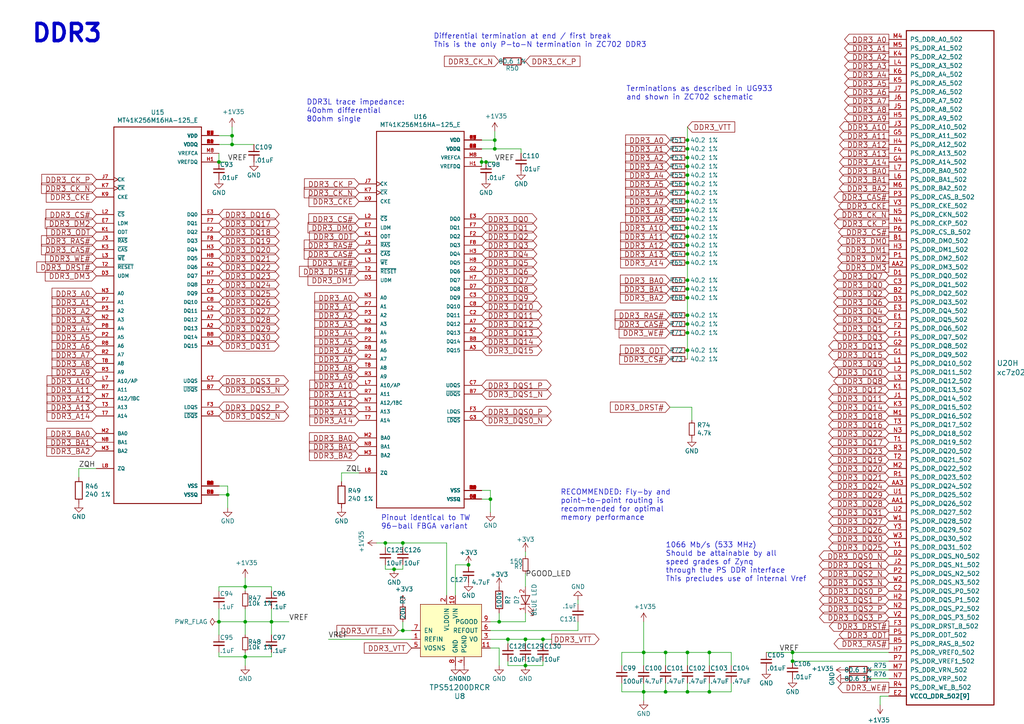
<source format=kicad_sch>
(kicad_sch (version 20230121) (generator eeschema)
  (paper "A4")
  (junction (at 63.5 46.99))
  (junction (at 71.12 190.5))
  (junction (at 199.39 76.2))
  (junction (at 142.24 144.78))
  (junction (at 116.84 157.48))
  (junction (at 114.3 165.1))
  (junction (at 78.74 180.34))
  (junction (at 199.39 101.6))
  (junction (at 199.39 50.8))
  (junction (at 199.39 81.28))
  (junction (at 199.39 68.58))
  (junction (at 199.39 58.42))
  (junction (at 229.87 189.23))
  (junction (at 199.39 63.5))
  (junction (at 157.48 185.42))
  (junction (at 140.97 46.99))
  (junction (at 199.39 91.44))
  (junction (at 205.74 200.66))
  (junction (at 67.31 39.37))
  (junction (at 199.39 71.12))
  (junction (at 199.39 43.18))
  (junction (at 199.39 66.04))
  (junction (at 199.39 53.34))
  (junction (at 186.69 200.66))
  (junction (at 199.39 73.66))
  (junction (at 199.39 60.96))
  (junction (at 199.39 45.72))
  (junction (at 67.31 41.91))
  (junction (at 199.39 93.98))
  (junction (at 135.89 163.83))
  (junction (at 143.51 40.64))
  (junction (at 199.39 55.88))
  (junction (at 199.39 189.23))
  (junction (at 152.4 185.42))
  (junction (at 199.39 86.36))
  (junction (at 111.76 157.48))
  (junction (at 193.04 189.23))
  (junction (at 63.5 180.34))
  (junction (at 144.78 180.34))
  (junction (at 71.12 170.18))
  (junction (at 66.04 143.51))
  (junction (at 199.39 40.64))
  (junction (at 205.74 189.23))
  (junction (at 116.84 182.88))
  (junction (at 139.7 46.99))
  (junction (at 186.69 189.23))
  (junction (at 229.87 191.77))
  (junction (at 71.12 180.34))
  (junction (at 199.39 48.26))
  (junction (at 193.04 200.66))
  (junction (at 199.39 200.66))
  (junction (at 143.51 43.18))
  (junction (at 147.32 185.42))
  (junction (at 199.39 83.82))
  (junction (at 199.39 96.52))
  (junction (at 152.4 193.04))
  (wire (pts (xy 199.39 48.26) (xy 199.39 45.72)))
  (wire (pts (xy 152.4 191.77) (xy 152.4 193.04)))
  (wire (pts (xy 186.69 200.66) (xy 193.04 200.66)))
  (wire (pts (xy 199.39 93.98) (xy 199.39 96.52)))
  (wire (pts (xy 142.24 180.34) (xy 144.78 180.34)))
  (wire (pts (xy 73.66 41.91) (xy 67.31 41.91)))
  (wire (pts (xy 99.06 137.16) (xy 99.06 139.7)))
  (wire (pts (xy 167.64 180.34) (xy 167.64 182.88)))
  (wire (pts (xy 199.39 83.82) (xy 199.39 81.28)))
  (wire (pts (xy 199.39 45.72) (xy 199.39 43.18)))
  (wire (pts (xy 229.87 189.23) (xy 222.25 189.23)))
  (wire (pts (xy 199.39 58.42) (xy 199.39 55.88)))
  (wire (pts (xy 66.04 143.51) (xy 66.04 147.32)))
  (wire (pts (xy 147.32 186.69) (xy 147.32 185.42)))
  (wire (pts (xy 199.39 55.88) (xy 199.39 53.34)))
  (wire (pts (xy 199.39 60.96) (xy 199.39 58.42)))
  (wire (pts (xy 71.12 180.34) (xy 71.12 184.15)))
  (wire (pts (xy 66.04 140.97) (xy 66.04 143.51)))
  (wire (pts (xy 152.4 177.8) (xy 152.4 180.34)))
  (wire (pts (xy 142.24 187.96) (xy 144.78 187.96)))
  (wire (pts (xy 139.7 142.24) (xy 142.24 142.24)))
  (wire (pts (xy 180.34 189.23) (xy 186.69 189.23)))
  (wire (pts (xy 71.12 180.34) (xy 63.5 180.34)))
  (wire (pts (xy 186.69 189.23) (xy 193.04 189.23)))
  (wire (pts (xy 63.5 190.5) (xy 71.12 190.5)))
  (wire (pts (xy 167.64 173.99) (xy 167.64 175.26)))
  (wire (pts (xy 152.4 180.34) (xy 144.78 180.34)))
  (wire (pts (xy 71.12 190.5) (xy 71.12 193.04)))
  (wire (pts (xy 199.39 200.66) (xy 205.74 200.66)))
  (wire (pts (xy 63.5 180.34) (xy 63.5 184.15)))
  (wire (pts (xy 199.39 63.5) (xy 199.39 60.96)))
  (wire (pts (xy 139.7 43.18) (xy 143.51 43.18)))
  (wire (pts (xy 144.78 187.96) (xy 144.78 193.04)))
  (wire (pts (xy 119.38 182.88) (xy 116.84 182.88)))
  (wire (pts (xy 111.76 157.48) (xy 116.84 157.48)))
  (wire (pts (xy 63.5 140.97) (xy 66.04 140.97)))
  (wire (pts (xy 205.74 198.12) (xy 205.74 200.66)))
  (wire (pts (xy 147.32 193.04) (xy 152.4 193.04)))
  (wire (pts (xy 199.39 91.44) (xy 199.39 93.98)))
  (wire (pts (xy 186.69 200.66) (xy 186.69 203.2)))
  (wire (pts (xy 199.39 68.58) (xy 199.39 66.04)))
  (wire (pts (xy 116.84 180.34) (xy 116.84 182.88)))
  (wire (pts (xy 116.84 157.48) (xy 129.54 157.48)))
  (wire (pts (xy 205.74 200.66) (xy 212.09 200.66)))
  (wire (pts (xy 152.4 185.42) (xy 157.48 185.42)))
  (wire (pts (xy 152.4 166.37) (xy 152.4 170.18)))
  (wire (pts (xy 147.32 185.42) (xy 152.4 185.42)))
  (wire (pts (xy 199.39 76.2) (xy 199.39 73.66)))
  (wire (pts (xy 205.74 189.23) (xy 205.74 193.04)))
  (wire (pts (xy 104.14 137.16) (xy 99.06 137.16)))
  (wire (pts (xy 152.4 186.69) (xy 152.4 185.42)))
  (wire (pts (xy 142.24 182.88) (xy 167.64 182.88)))
  (wire (pts (xy 199.39 86.36) (xy 199.39 83.82)))
  (wire (pts (xy 193.04 189.23) (xy 199.39 189.23)))
  (wire (pts (xy 186.69 198.12) (xy 186.69 200.66)))
  (wire (pts (xy 199.39 198.12) (xy 199.39 200.66)))
  (wire (pts (xy 199.39 96.52) (xy 199.39 101.6)))
  (wire (pts (xy 180.34 200.66) (xy 186.69 200.66)))
  (wire (pts (xy 22.86 135.89) (xy 22.86 138.43)))
  (wire (pts (xy 116.84 158.75) (xy 116.84 157.48)))
  (wire (pts (xy 129.54 157.48) (xy 129.54 172.72)))
  (wire (pts (xy 27.94 135.89) (xy 22.86 135.89)))
  (wire (pts (xy 135.89 163.83) (xy 132.08 163.83)))
  (wire (pts (xy 199.39 43.18) (xy 199.39 40.64)))
  (wire (pts (xy 140.97 46.99) (xy 143.51 46.99)))
  (wire (pts (xy 95.25 185.42) (xy 119.38 185.42)))
  (wire (pts (xy 63.5 143.51) (xy 66.04 143.51)))
  (wire (pts (xy 199.39 66.04) (xy 199.39 63.5)))
  (wire (pts (xy 229.87 189.23) (xy 257.81 189.23)))
  (wire (pts (xy 147.32 191.77) (xy 147.32 193.04)))
  (wire (pts (xy 199.39 189.23) (xy 199.39 193.04)))
  (wire (pts (xy 193.04 200.66) (xy 199.39 200.66)))
  (wire (pts (xy 78.74 170.18) (xy 78.74 171.45)))
  (wire (pts (xy 67.31 39.37) (xy 63.5 39.37)))
  (wire (pts (xy 186.69 180.34) (xy 186.69 189.23)))
  (wire (pts (xy 199.39 73.66) (xy 199.39 71.12)))
  (wire (pts (xy 194.31 118.11) (xy 200.66 118.11)))
  (wire (pts (xy 157.48 193.04) (xy 157.48 191.77)))
  (wire (pts (xy 67.31 36.83) (xy 67.31 39.37)))
  (wire (pts (xy 71.12 170.18) (xy 71.12 171.45)))
  (wire (pts (xy 257.81 201.93) (xy 255.27 201.93)))
  (wire (pts (xy 229.87 189.23) (xy 229.87 191.77)))
  (wire (pts (xy 255.27 201.93) (xy 255.27 204.47)))
  (wire (pts (xy 142.24 185.42) (xy 147.32 185.42)))
  (wire (pts (xy 139.7 144.78) (xy 142.24 144.78)))
  (wire (pts (xy 142.24 142.24) (xy 142.24 144.78)))
  (wire (pts (xy 111.76 158.75) (xy 111.76 157.48)))
  (wire (pts (xy 63.5 176.53) (xy 63.5 180.34)))
  (wire (pts (xy 111.76 165.1) (xy 114.3 165.1)))
  (wire (pts (xy 63.5 170.18) (xy 71.12 170.18)))
  (wire (pts (xy 111.76 163.83) (xy 111.76 165.1)))
  (wire (pts (xy 212.09 200.66) (xy 212.09 198.12)))
  (wire (pts (xy 199.39 71.12) (xy 199.39 68.58)))
  (wire (pts (xy 199.39 101.6) (xy 199.39 104.14)))
  (wire (pts (xy 78.74 180.34) (xy 71.12 180.34)))
  (wire (pts (xy 157.48 186.69) (xy 157.48 185.42)))
  (wire (pts (xy 200.66 118.11) (xy 200.66 121.92)))
  (wire (pts (xy 116.84 165.1) (xy 116.84 163.83)))
  (wire (pts (xy 83.82 180.34) (xy 78.74 180.34)))
  (wire (pts (xy 152.4 193.04) (xy 157.48 193.04)))
  (wire (pts (xy 252.73 196.85) (xy 257.81 196.85)))
  (wire (pts (xy 63.5 189.23) (xy 63.5 190.5)))
  (wire (pts (xy 114.3 165.1) (xy 116.84 165.1)))
  (wire (pts (xy 78.74 176.53) (xy 78.74 180.34)))
  (wire (pts (xy 67.31 41.91) (xy 67.31 39.37)))
  (wire (pts (xy 180.34 193.04) (xy 180.34 189.23)))
  (wire (pts (xy 63.5 46.99) (xy 66.04 46.99)))
  (wire (pts (xy 143.51 43.18) (xy 151.13 43.18)))
  (wire (pts (xy 71.12 189.23) (xy 71.12 190.5)))
  (wire (pts (xy 71.12 170.18) (xy 78.74 170.18)))
  (wire (pts (xy 199.39 36.83) (xy 199.39 40.64)))
  (wire (pts (xy 199.39 50.8) (xy 199.39 48.26)))
  (wire (pts (xy 152.4 161.29) (xy 152.4 160.02)))
  (wire (pts (xy 205.74 189.23) (xy 212.09 189.23)))
  (wire (pts (xy 143.51 38.1) (xy 143.51 40.64)))
  (wire (pts (xy 139.7 48.26) (xy 139.7 46.99)))
  (wire (pts (xy 199.39 189.23) (xy 205.74 189.23)))
  (wire (pts (xy 63.5 171.45) (xy 63.5 170.18)))
  (wire (pts (xy 180.34 198.12) (xy 180.34 200.66)))
  (wire (pts (xy 151.13 43.18) (xy 151.13 44.45)))
  (wire (pts (xy 139.7 46.99) (xy 140.97 46.99)))
  (wire (pts (xy 199.39 86.36) (xy 199.39 91.44)))
  (wire (pts (xy 78.74 190.5) (xy 78.74 189.23)))
  (wire (pts (xy 229.87 191.77) (xy 257.81 191.77)))
  (wire (pts (xy 132.08 163.83) (xy 132.08 172.72)))
  (wire (pts (xy 71.12 176.53) (xy 71.12 180.34)))
  (wire (pts (xy 143.51 40.64) (xy 139.7 40.64)))
  (wire (pts (xy 193.04 198.12) (xy 193.04 200.66)))
  (wire (pts (xy 193.04 189.23) (xy 193.04 193.04)))
  (wire (pts (xy 71.12 190.5) (xy 78.74 190.5)))
  (wire (pts (xy 186.69 189.23) (xy 186.69 193.04)))
  (wire (pts (xy 63.5 44.45) (xy 63.5 46.99)))
  (wire (pts (xy 63.5 41.91) (xy 67.31 41.91)))
  (wire (pts (xy 257.81 194.31) (xy 252.73 194.31)))
  (wire (pts (xy 157.48 185.42) (xy 160.02 185.42)))
  (wire (pts (xy 144.78 180.34) (xy 144.78 177.8)))
  (wire (pts (xy 142.24 144.78) (xy 142.24 148.59)))
  (wire (pts (xy 212.09 189.23) (xy 212.09 193.04)))
  (wire (pts (xy 116.84 182.88) (xy 115.57 182.88)))
  (wire (pts (xy 199.39 53.34) (xy 199.39 50.8)))
  (wire (pts (xy 109.22 157.48) (xy 111.76 157.48)))
  (wire (pts (xy 143.51 43.18) (xy 143.51 40.64)))
  (wire (pts (xy 71.12 167.64) (xy 71.12 170.18)))
  (wire (pts (xy 139.7 45.72) (xy 139.7 46.99)))
  (wire (pts (xy 78.74 180.34) (xy 78.74 184.15)))
  (wire (pts (xy 199.39 81.28) (xy 199.39 76.2)))
  (text "Differential termination at end / first break\nThis is the only P-to-N termination in ZC702 DDR3" (at 125.73 13.97 0) (effects (font (size 1.524 1.524)) (justify left bottom)))
  (text "Pinout identical to TW \n96-ball FBGA variant\n" (at 110.49 153.67 0) (effects (font (size 1.524 1.524)) (justify left bottom)))
  (text "1066 Mb/s (533 MHz)\nShould be attainable by all \nspeed grades of Zynq\nthrough the PS DDR interface\nThis precludes use of internal Vref" (at 193.04 168.91 0) (effects (font (size 1.524 1.524)) (justify left bottom)))
  (text "RECOMMENDED: Fly-by and \npoint-to-point routing is\nrecommended for optimal \nmemory performance" (at 162.56 151.13 0) (effects (font (size 1.524 1.524)) (justify left bottom)))
  (text "Terminations as described in UG933\nand shown in ZC702 schematic" (at 181.61 29.21 0) (effects (font (size 1.524 1.524)) (justify left bottom)))
  (text "DDR3" (at 8.89 12.7 0) (effects (font (size 5.0038 5.0038) (thickness 1.0008) bold) (justify left bottom)))
  (text "DDR3L trace impedance:\n40ohm differential\n80ohm single" (at 88.9 35.56 0) (effects (font (size 1.524 1.524)) (justify left bottom)))
  (label "PGOOD_LED" (at 152.4 167.64 0) (effects (font (size 1.524 1.524))))
  (label "ZQH" (at 22.86 135.89 0) (effects (font (size 1.4986 1.4986))))
  (label "VREF" (at 66.04 46.99 0) (effects (font (size 1.524 1.524))))
  (label "VREF" (at 226.06 189.23 0) (effects (font (size 1.524 1.524))))
  (label "VREF" (at 83.82 180.34 0) (effects (font (size 1.524 1.524))))
  (label "VREF" (at 143.51 46.99 0) (effects (font (size 1.524 1.524))))
  (label "VREF" (at 95.25 185.42 0) (effects (font (size 1.524 1.524))))
  (label "ZQL" (at 100.33 137.16 0) (effects (font (size 1.4986 1.4986))))
  (global_label "DDR3_DQS1_P" (shape bidirectional) (at 257.81 173.99 180) (effects (font (size 1.524 1.524))) (property "Intersheetrefs" "${INTERSHEET_REFS}" (effects hide)))
  (global_label "DDR3_DM1" (shape input) (at 104.14 81.28 180) (effects (font (size 1.524 1.524))) (property "Intersheetrefs" "${INTERSHEET_REFS}" (effects hide)))
  (global_label "DDR3_A2" (shape input) (at 194.31 45.72 180) (effects (font (size 1.524 1.524))) (property "Intersheetrefs" "${INTERSHEET_REFS}" (effects hide)))
  (global_label "DDR3_A1" (shape input) (at 27.94 87.63 180) (effects (font (size 1.524 1.524))) (property "Intersheetrefs" "${INTERSHEET_REFS}" (effects hide)))
  (global_label "DDR3_DQS0_P" (shape bidirectional) (at 257.81 171.45 180) (effects (font (size 1.524 1.524))) (property "Intersheetrefs" "${INTERSHEET_REFS}" (effects hide)))
  (global_label "DDR3_DQS2_P" (shape bidirectional) (at 63.5 118.11 0) (effects (font (size 1.524 1.524))) (property "Intersheetrefs" "${INTERSHEET_REFS}" (effects hide)))
  (global_label "DDR3_DQ1" (shape bidirectional) (at 257.81 95.25 180) (effects (font (size 1.524 1.524))) (property "Intersheetrefs" "${INTERSHEET_REFS}" (effects hide)))
  (global_label "DDR3_DQ22" (shape bidirectional) (at 257.81 125.73 180) (effects (font (size 1.524 1.524))) (property "Intersheetrefs" "${INTERSHEET_REFS}" (effects hide)))
  (global_label "DDR3_DQS1_P" (shape bidirectional) (at 139.7 111.76 0) (effects (font (size 1.524 1.524))) (property "Intersheetrefs" "${INTERSHEET_REFS}" (effects hide)))
  (global_label "DDR3_DQ3" (shape bidirectional) (at 257.81 97.79 180) (effects (font (size 1.524 1.524))) (property "Intersheetrefs" "${INTERSHEET_REFS}" (effects hide)))
  (global_label "DDR3_VTT" (shape input) (at 119.38 187.96 180) (effects (font (size 1.524 1.524))) (property "Intersheetrefs" "${INTERSHEET_REFS}" (effects hide)))
  (global_label "DDR3_DQ29" (shape bidirectional) (at 257.81 143.51 180) (effects (font (size 1.524 1.524))) (property "Intersheetrefs" "${INTERSHEET_REFS}" (effects hide)))
  (global_label "DDR3_DQ4" (shape bidirectional) (at 139.7 73.66 0) (effects (font (size 1.524 1.524))) (property "Intersheetrefs" "${INTERSHEET_REFS}" (effects hide)))
  (global_label "DDR3_BA0" (shape input) (at 27.94 125.73 180) (effects (font (size 1.524 1.524))) (property "Intersheetrefs" "${INTERSHEET_REFS}" (effects hide)))
  (global_label "DDR3_A10" (shape input) (at 104.14 111.76 180) (effects (font (size 1.524 1.524))) (property "Intersheetrefs" "${INTERSHEET_REFS}" (effects hide)))
  (global_label "DDR3_DQ0" (shape bidirectional) (at 139.7 63.5 0) (effects (font (size 1.524 1.524))) (property "Intersheetrefs" "${INTERSHEET_REFS}" (effects hide)))
  (global_label "DDR3_DQ2" (shape bidirectional) (at 139.7 68.58 0) (effects (font (size 1.524 1.524))) (property "Intersheetrefs" "${INTERSHEET_REFS}" (effects hide)))
  (global_label "DDR3_A1" (shape input) (at 194.31 43.18 180) (effects (font (size 1.524 1.524))) (property "Intersheetrefs" "${INTERSHEET_REFS}" (effects hide)))
  (global_label "DDR3_DQ7" (shape bidirectional) (at 257.81 80.01 180) (effects (font (size 1.524 1.524))) (property "Intersheetrefs" "${INTERSHEET_REFS}" (effects hide)))
  (global_label "DDR3_DQ21" (shape bidirectional) (at 63.5 74.93 0) (effects (font (size 1.524 1.524))) (property "Intersheetrefs" "${INTERSHEET_REFS}" (effects hide)))
  (global_label "DDR3_WE#" (shape input) (at 104.14 76.2 180) (effects (font (size 1.524 1.524))) (property "Intersheetrefs" "${INTERSHEET_REFS}" (effects hide)))
  (global_label "DDR3_DQ6" (shape bidirectional) (at 139.7 78.74 0) (effects (font (size 1.524 1.524))) (property "Intersheetrefs" "${INTERSHEET_REFS}" (effects hide)))
  (global_label "DDR3_RAS#" (shape input) (at 194.31 91.44 180) (effects (font (size 1.524 1.524))) (property "Intersheetrefs" "${INTERSHEET_REFS}" (effects hide)))
  (global_label "DDR3_A1" (shape input) (at 104.14 88.9 180) (effects (font (size 1.524 1.524))) (property "Intersheetrefs" "${INTERSHEET_REFS}" (effects hide)))
  (global_label "DDR3_DQ13" (shape bidirectional) (at 257.81 100.33 180) (effects (font (size 1.524 1.524))) (property "Intersheetrefs" "${INTERSHEET_REFS}" (effects hide)))
  (global_label "DDR3_BA0" (shape input) (at 104.14 127 180) (effects (font (size 1.524 1.524))) (property "Intersheetrefs" "${INTERSHEET_REFS}" (effects hide)))
  (global_label "DDR3_A5" (shape output) (at 257.81 24.13 180) (effects (font (size 1.524 1.524))) (property "Intersheetrefs" "${INTERSHEET_REFS}" (effects hide)))
  (global_label "DDR3_ODT" (shape output) (at 257.81 184.15 180) (effects (font (size 1.524 1.524))) (property "Intersheetrefs" "${INTERSHEET_REFS}" (effects hide)))
  (global_label "DDR3_A10" (shape input) (at 27.94 110.49 180) (effects (font (size 1.524 1.524))) (property "Intersheetrefs" "${INTERSHEET_REFS}" (effects hide)))
  (global_label "DDR3_A10" (shape input) (at 194.31 66.04 180) (effects (font (size 1.524 1.524))) (property "Intersheetrefs" "${INTERSHEET_REFS}" (effects hide)))
  (global_label "DDR3_A0" (shape output) (at 257.81 11.43 180) (effects (font (size 1.524 1.524))) (property "Intersheetrefs" "${INTERSHEET_REFS}" (effects hide)))
  (global_label "DDR3_BA1" (shape input) (at 27.94 128.27 180) (effects (font (size 1.524 1.524))) (property "Intersheetrefs" "${INTERSHEET_REFS}" (effects hide)))
  (global_label "DDR3_DQS0_N" (shape bidirectional) (at 257.81 161.29 180) (effects (font (size 1.524 1.524))) (property "Intersheetrefs" "${INTERSHEET_REFS}" (effects hide)))
  (global_label "DDR3_A11" (shape input) (at 104.14 114.3 180) (effects (font (size 1.524 1.524))) (property "Intersheetrefs" "${INTERSHEET_REFS}" (effects hide)))
  (global_label "DDR3_VTT_EN" (shape input) (at 115.57 182.88 180) (effects (font (size 1.524 1.524))) (property "Intersheetrefs" "${INTERSHEET_REFS}" (effects hide)))
  (global_label "DDR3_CK_N" (shape input) (at 27.94 54.61 180) (effects (font (size 1.524 1.524))) (property "Intersheetrefs" "${INTERSHEET_REFS}" (effects hide)))
  (global_label "DDR3_DM1" (shape output) (at 257.81 72.39 180) (effects (font (size 1.524 1.524))) (property "Intersheetrefs" "${INTERSHEET_REFS}" (effects hide)))
  (global_label "DDR3_DQS3_N" (shape bidirectional) (at 63.5 113.03 0) (effects (font (size 1.524 1.524))) (property "Intersheetrefs" "${INTERSHEET_REFS}" (effects hide)))
  (global_label "DDR3_DQ25" (shape bidirectional) (at 63.5 85.09 0) (effects (font (size 1.524 1.524))) (property "Intersheetrefs" "${INTERSHEET_REFS}" (effects hide)))
  (global_label "DDR3_DQS1_N" (shape bidirectional) (at 139.7 114.3 0) (effects (font (size 1.524 1.524))) (property "Intersheetrefs" "${INTERSHEET_REFS}" (effects hide)))
  (global_label "DDR3_A14" (shape input) (at 194.31 76.2 180) (effects (font (size 1.524 1.524))) (property "Intersheetrefs" "${INTERSHEET_REFS}" (effects hide)))
  (global_label "DDR3_ODT" (shape input) (at 194.31 101.6 180) (effects (font (size 1.524 1.524))) (property "Intersheetrefs" "${INTERSHEET_REFS}" (effects hide)))
  (global_label "DDR3_A12" (shape input) (at 104.14 116.84 180) (effects (font (size 1.524 1.524))) (property "Intersheetrefs" "${INTERSHEET_REFS}" (effects hide)))
  (global_label "DDR3_BA1" (shape input) (at 194.31 83.82 180) (effects (font (size 1.524 1.524))) (property "Intersheetrefs" "${INTERSHEET_REFS}" (effects hide)))
  (global_label "DDR3_DQS3_P" (shape bidirectional) (at 257.81 179.07 180) (effects (font (size 1.524 1.524))) (property "Intersheetrefs" "${INTERSHEET_REFS}" (effects hide)))
  (global_label "DDR3_A2" (shape input) (at 104.14 91.44 180) (effects (font (size 1.524 1.524))) (property "Intersheetrefs" "${INTERSHEET_REFS}" (effects hide)))
  (global_label "DDR3_CK_N" (shape input) (at 104.14 55.88 180) (effects (font (size 1.524 1.524))) (property "Intersheetrefs" "${INTERSHEET_REFS}" (effects hide)))
  (global_label "DDR3_DRST#" (shape input) (at 194.31 118.11 180) (effects (font (size 1.524 1.524))) (property "Intersheetrefs" "${INTERSHEET_REFS}" (effects hide)))
  (global_label "DDR3_DQ29" (shape bidirectional) (at 63.5 95.25 0) (effects (font (size 1.524 1.524))) (property "Intersheetrefs" "${INTERSHEET_REFS}" (effects hide)))
  (global_label "DDR3_DQ9" (shape bidirectional) (at 139.7 86.36 0) (effects (font (size 1.524 1.524))) (property "Intersheetrefs" "${INTERSHEET_REFS}" (effects hide)))
  (global_label "DDR3_DQ26" (shape bidirectional) (at 63.5 87.63 0) (effects (font (size 1.524 1.524))) (property "Intersheetrefs" "${INTERSHEET_REFS}" (effects hide)))
  (global_label "DDR3_DM2" (shape output) (at 257.81 74.93 180) (effects (font (size 1.524 1.524))) (property "Intersheetrefs" "${INTERSHEET_REFS}" (effects hide)))
  (global_label "DDR3_BA0" (shape output) (at 257.81 49.53 180) (effects (font (size 1.524 1.524))) (property "Intersheetrefs" "${INTERSHEET_REFS}" (effects hide)))
  (global_label "DDR3_BA2" (shape input) (at 104.14 132.08 180) (effects (font (size 1.524 1.524))) (property "Intersheetrefs" "${INTERSHEET_REFS}" (effects hide)))
  (global_label "DDR3_A9" (shape input) (at 27.94 107.95 180) (effects (font (size 1.524 1.524))) (property "Intersheetrefs" "${INTERSHEET_REFS}" (effects hide)))
  (global_label "DDR3_CAS#" (shape output) (at 257.81 57.15 180) (effects (font (size 1.524 1.524))) (property "Intersheetrefs" "${INTERSHEET_REFS}" (effects hide)))
  (global_label "DDR3_A13" (shape input) (at 104.14 119.38 180) (effects (font (size 1.524 1.524))) (property "Intersheetrefs" "${INTERSHEET_REFS}" (effects hide)))
  (global_label "DDR3_A8" (shape input) (at 104.14 106.68 180) (effects (font (size 1.524 1.524))) (property "Intersheetrefs" "${INTERSHEET_REFS}" (effects hide)))
  (global_label "DDR3_DQ4" (shape bidirectional) (at 257.81 90.17 180) (effects (font (size 1.524 1.524))) (property "Intersheetrefs" "${INTERSHEET_REFS}" (effects hide)))
  (global_label "DDR3_DM0" (shape input) (at 104.14 66.04 180) (effects (font (size 1.524 1.524))) (property "Intersheetrefs" "${INTERSHEET_REFS}" (effects hide)))
  (global_label "DDR3_VTT" (shape output) (at 160.02 185.42 0) (effects (font (size 1.524 1.524))) (property "Intersheetrefs" "${INTERSHEET_REFS}" (effects hide)))
  (global_label "DDR3_RAS#" (shape input) (at 104.14 71.12 180) (effects (font (size 1.524 1.524))) (property "Intersheetrefs" "${INTERSHEET_REFS}" (effects hide)))
  (global_label "DDR3_A11" (shape input) (at 27.94 113.03 180) (effects (font (size 1.524 1.524))) (property "Intersheetrefs" "${INTERSHEET_REFS}" (effects hide)))
  (global_label "DDR3_DM0" (shape output) (at 257.81 69.85 180) (effects (font (size 1.524 1.524))) (property "Intersheetrefs" "${INTERSHEET_REFS}" (effects hide)))
  (global_label "DDR3_A0" (shape input) (at 194.31 40.64 180) (effects (font (size 1.524 1.524))) (property "Intersheetrefs" "${INTERSHEET_REFS}" (effects hide)))
  (global_label "DDR3_DQ24" (shape bidirectional) (at 63.5 82.55 0) (effects (font (size 1.524 1.524))) (property "Intersheetrefs" "${INTERSHEET_REFS}" (effects hide)))
  (global_label "DDR3_DQ18" (shape bidirectional) (at 63.5 67.31 0) (effects (font (size 1.524 1.524))) (property "Intersheetrefs" "${INTERSHEET_REFS}" (effects hide)))
  (global_label "DDR3_A8" (shape input) (at 194.31 60.96 180) (effects (font (size 1.524 1.524))) (property "Intersheetrefs" "${INTERSHEET_REFS}" (effects hide)))
  (global_label "DDR3_DQ12" (shape bidirectional) (at 139.7 93.98 0) (effects (font (size 1.524 1.524))) (property "Intersheetrefs" "${INTERSHEET_REFS}" (effects hide)))
  (global_label "DDR3_CS#" (shape input) (at 104.14 63.5 180) (effects (font (size 1.524 1.524))) (property "Intersheetrefs" "${INTERSHEET_REFS}" (effects hide)))
  (global_label "DDR3_CS#" (shape input) (at 27.94 62.23 180) (effects (font (size 1.524 1.524))) (property "Intersheetrefs" "${INTERSHEET_REFS}" (effects hide)))
  (global_label "DDR3_A9" (shape input) (at 194.31 63.5 180) (effects (font (size 1.524 1.524))) (property "Intersheetrefs" "${INTERSHEET_REFS}" (effects hide)))
  (global_label "DDR3_DQ16" (shape bidirectional) (at 257.81 123.19 180) (effects (font (size 1.524 1.524))) (property "Intersheetrefs" "${INTERSHEET_REFS}" (effects hide)))
  (global_label "DDR3_DQ23" (shape bidirectional) (at 63.5 80.01 0) (effects (font (size 1.524 1.524))) (property "Intersheetrefs" "${INTERSHEET_REFS}" (effects hide)))
  (global_label "DDR3_A4" (shape input) (at 104.14 96.52 180) (effects (font (size 1.524 1.524))) (property "Intersheetrefs" "${INTERSHEET_REFS}" (effects hide)))
  (global_label "DDR3_DQ28" (shape bidirectional) (at 63.5 92.71 0) (effects (font (size 1.524 1.524))) (property "Intersheetrefs" "${INTERSHEET_REFS}" (effects hide)))
  (global_label "DDR3_A5" (shape input) (at 194.31 53.34 180) (effects (font (size 1.524 1.524))) (property "Intersheetrefs" "${INTERSHEET_REFS}" (effects hide)))
  (global_label "DDR3_CK_P" (shape output) (at 257.81 64.77 180) (effects (font (size 1.524 1.524))) (property "Intersheetrefs" "${INTERSHEET_REFS}" (effects hide)))
  (global_label "DDR3_DQ15" (shape bidirectional) (at 139.7 101.6 0) (effects (font (size 1.524 1.524))) (property "Intersheetrefs" "${INTERSHEET_REFS}" (effects hide)))
  (global_label "DDR3_WE#" (shape output) (at 257.81 199.39 180) (effects (font (size 1.524 1.524))) (property "Intersheetrefs" "${INTERSHEET_REFS}" (effects hide)))
  (global_label "DDR3_A1" (shape output) (at 257.81 13.97 180) (effects (font (size 1.524 1.524))) (property "Intersheetrefs" "${INTERSHEET_REFS}" (effects hide)))
  (global_label "DDR3_DM2" (shape input) (at 27.94 64.77 180) (effects (font (size 1.524 1.524))) (property "Intersheetrefs" "${INTERSHEET_REFS}" (effects hide)))
  (global_label "DDR3_A4" (shape input) (at 194.31 50.8 180) (effects (font (size 1.524 1.524))) (property "Intersheetrefs" "${INTERSHEET_REFS}" (effects hide)))
  (global_label "DDR3_DQ2" (shape bidirectional) (at 257.81 85.09 180) (effects (font (size 1.524 1.524))) (property "Intersheetrefs" "${INTERSHEET_REFS}" (effects hide)))
  (global_label "DDR3_A11" (shape output) (at 257.81 39.37 180) (effects (font (size 1.524 1.524))) (property "Intersheetrefs" "${INTERSHEET_REFS}" (effects hide)))
  (global_label "DDR3_CS#" (shape input) (at 194.31 104.14 180) (effects (font (size 1.524 1.524))) (property "Intersheetrefs" "${INTERSHEET_REFS}" (effects hide)))
  (global_label "DDR3_A4" (shape output) (at 257.81 21.59 180) (effects (font (size 1.524 1.524))) (property "Intersheetrefs" "${INTERSHEET_REFS}" (effects hide)))
  (global_label "DDR3_A12" (shape input) (at 27.94 115.57 180) (effects (font (size 1.524 1.524))) (property "Intersheetrefs" "${INTERSHEET_REFS}" (effects hide)))
  (global_label "DDR3_A14" (shape input) (at 104.14 121.92 180) (effects (font (size 1.524 1.524))) (property "Intersheetrefs" "${INTERSHEET_REFS}" (effects hide)))
  (global_label "DDR3_DQS2_N" (shape bidirectional) (at 63.5 120.65 0) (effects (font (size 1.524 1.524))) (property "Intersheetrefs" "${INTERSHEET_REFS}" (effects hide)))
  (global_label "DDR3_A9" (shape input) (at 104.14 109.22 180) (effects (font (size 1.524 1.524))) (property "Intersheetrefs" "${INTERSHEET_REFS}" (effects hide)))
  (global_label "DDR3_DQ6" (shape bidirectional) (at 257.81 87.63 180) (effects (font (size 1.524 1.524))) (property "Intersheetrefs" "${INTERSHEET_REFS}" (effects hide)))
  (global_label "DDR3_DQ31" (shape bidirectional) (at 63.5 100.33 0) (effects (font (size 1.524 1.524))) (property "Intersheetrefs" "${INTERSHEET_REFS}" (effects hide)))
  (global_label "DDR3_CK_P" (shape input) (at 152.4 17.78 0) (effects (font (size 1.524 1.524))) (property "Intersheetrefs" "${INTERSHEET_REFS}" (effects hide)))
  (global_label "DDR3_DQ11" (shape bidirectional) (at 257.81 115.57 180) (effects (font (size 1.524 1.524))) (property "Intersheetrefs" "${INTERSHEET_REFS}" (effects hide)))
  (global_label "DDR3_A7" (shape input) (at 194.31 58.42 180) (effects (font (size 1.524 1.524))) (property "Intersheetrefs" "${INTERSHEET_REFS}" (effects hide)))
  (global_label "DDR3_DQ30" (shape bidirectional) (at 257.81 156.21 180) (effects (font (size 1.524 1.524))) (property "Intersheetrefs" "${INTERSHEET_REFS}" (effects hide)))
  (global_label "DDR3_CKE" (shape output) (at 257.81 59.69 180) (effects (font (size 1.524 1.524))) (property "Intersheetrefs" "${INTERSHEET_REFS}" (effects hide)))
  (global_label "DDR3_DQS3_P" (shape bidirectional) (at 63.5 110.49 0) (effects (font (size 1.524 1.524))) (property "Intersheetrefs" "${INTERSHEET_REFS}" (effects hide)))
  (global_label "DDR3_DQ19" (shape bidirectional) (at 63.5 69.85 0) (effects (font (size 1.524 1.524))) (property "Intersheetrefs" "${INTERSHEET_REFS}" (effects hide)))
  (global_label "DDR3_DQ17" (shape bidirectional) (at 63.5 64.77 0) (effects (font (size 1.524 1.524))) (property "Intersheetrefs" "${INTERSHEET_REFS}" (effects hide)))
  (global_label "DDR3_DM3" (shape input) (at 27.94 80.01 180) (effects (font (size 1.524 1.524))) (property "Intersheetrefs" "${INTERSHEET_REFS}" (effects hide)))
  (global_label "DDR3_A6" (shape input) (at 27.94 100.33 180) (effects (font (size 1.524 1.524))) (property "Intersheetrefs" "${INTERSHEET_REFS}" (effects hide)))
  (global_label "DDR3_DQ15" (shape bidirectional) (at 257.81 102.87 180) (effects (font (size 1.524 1.524))) (property "Intersheetrefs" "${INTERSHEET_REFS}" (effects hide)))
  (global_label "DDR3_DQ8" (shape bidirectional) (at 139.7 83.82 0) (effects (font (size 1.524 1.524))) (property "Intersheetrefs" "${INTERSHEET_REFS}" (effects hide)))
  (global_label "DDR3_DQ26" (shape bidirectional) (at 257.81 153.67 180) (effects (font (size 1.524 1.524))) (property "Intersheetrefs" "${INTERSHEET_REFS}" (effects hide)))
  (global_label "DDR3_DQS0_P" (shape bidirectional) (at 139.7 119.38 0) (effects (font (size 1.524 1.524))) (property "Intersheetrefs" "${INTERSHEET_REFS}" (effects hide)))
  (global_label "DDR3_A6" (shape input) (at 194.31 55.88 180) (effects (font (size 1.524 1.524))) (property "Intersheetrefs" "${INTERSHEET_REFS}" (effects hide)))
  (global_label "DDR3_A7" (shape input) (at 27.94 102.87 180) (effects (font (size 1.524 1.524))) (property "Intersheetrefs" "${INTERSHEET_REFS}" (effects hide)))
  (global_label "DDR3_DQS3_N" (shape bidirectional) (at 257.81 168.91 180) (effects (font (size 1.524 1.524))) (property "Intersheetrefs" "${INTERSHEET_REFS}" (effects hide)))
  (global_label "DDR3_BA1" (shape input) (at 104.14 129.54 180) (effects (font (size 1.524 1.524))) (property "Intersheetrefs" "${INTERSHEET_REFS}" (effects hide)))
  (global_label "DDR3_CK_P" (shape input) (at 27.94 52.07 180) (effects (font (size 1.524 1.524))) (property "Intersheetrefs" "${INTERSHEET_REFS}" (effects hide)))
  (global_label "DDR3_A12" (shape input) (at 194.31 71.12 180) (effects (font (size 1.524 1.524))) (property "Intersheetrefs" "${INTERSHEET_REFS}" (effects hide)))
  (global_label "DDR3_DQ0" (shape bidirectional) (at 257.81 82.55 180) (effects (font (size 1.524 1.524))) (property "Intersheetrefs" "${INTERSHEET_REFS}" (effects hide)))
  (global_label "DDR3_DQ10" (shape bidirectional) (at 139.7 88.9 0) (effects (font (size 1.524 1.524))) (property "Intersheetrefs" "${INTERSHEET_REFS}" (effects hide)))
  (global_label "DDR3_A13" (shape output) (at 257.81 44.45 180) (effects (font (size 1.524 1.524))) (property "Intersheetrefs" "${INTERSHEET_REFS}" (effects hide)))
  (global_label "DDR3_DQ14" (shape bidirectional) (at 257.81 118.11 180) (effects (font (size 1.524 1.524))) (property "Intersheetrefs" "${INTERSHEET_REFS}" (effects hide)))
  (global_label "DDR3_A5" (shape input) (at 27.94 97.79 180) (effects (font (size 1.524 1.524))) (property "Intersheetrefs" "${INTERSHEET_REFS}" (effects hide)))
  (global_label "DDR3_DQ17" (shape bidirectional) (at 257.81 128.27 180) (effects (font (size 1.524 1.524))) (property "Intersheetrefs" "${INTERSHEET_REFS}" (effects hide)))
  (global_label "DDR3_DQ14" (shape bidirectional) (at 139.7 99.06 0) (effects (font (size 1.524 1.524))) (property "Intersheetrefs" "${INTERSHEET_REFS}" (effects hide)))
  (global_label "DDR3_A5" (shape input) (at 104.14 99.06 180) (effects (font (size 1.524 1.524))) (property "Intersheetrefs" "${INTERSHEET_REFS}" (effects hide)))
  (global_label "DDR3_DQ5" (shape bidirectional) (at 139.7 76.2 0) (effects (font (size 1.524 1.524))) (property "Intersheetrefs" "${INTERSHEET_REFS}" (effects hide)))
  (global_label "DDR3_WE#" (shape input) (at 27.94 74.93 180) (effects (font (size 1.524 1.524))) (property "Intersheetrefs" "${INTERSHEET_REFS}" (effects hide)))
  (global_label "DDR3_A9" (shape output) (at 257.81 34.29 180) (effects (font (size 1.524 1.524))) (property "Intersheetrefs" "${INTERSHEET_REFS}" (effects hide)))
  (global_label "DDR3_A0" (shape input) (at 104.14 86.36 180) (effects (font (size 1.524 1.524))) (property "Intersheetrefs" "${INTERSHEET_REFS}" (effects hide)))
  (global_label "DDR3_CAS#" (shape input) (at 104.14 73.66 180) (effects (font (size 1.524 1.524))) (property "Intersheetrefs" "${INTERSHEET_REFS}" (effects hide)))
  (global_label "DDR3_A14" (shape output) (at 257.81 46.99 180) (effects (font (size 1.524 1.524))) (property "Intersheetrefs" "${INTERSHEET_REFS}" (effects hide)))
  (global_label "DDR3_DQ31" (shape bidirectional) (at 257.81 148.59 180) (effects (font (size 1.524 1.524))) (property "Intersheetrefs" "${INTERSHEET_REFS}" (effects hide)))
  (global_label "DDR3_CK_N" (shape output) (at 257.81 62.23 180) (effects (font (size 1.524 1.524))) (property "Intersheetrefs" "${INTERSHEET_REFS}" (effects hide)))
  (global_label "DDR3_A13" (shape input) (at 27.94 118.11 180) (effects (font (size 1.524 1.524))) (property "Intersheetrefs" "${INTERSHEET_REFS}" (effects hide)))
  (global_label "DDR3_CK_P" (shape input) (at 104.14 53.34 180) (effects (font (size 1.524 1.524))) (property "Intersheetrefs" "${INTERSHEET_REFS}" (effects hide)))
  (global_label "DDR3_DQ9" (shape bidirectional) (at 257.81 105.41 180) (effects (font (size 1.524 1.524))) (property "Intersheetrefs" "${INTERSHEET_REFS}" (effects hide)))
  (global_label "DDR3_DQ23" (shape bidirectional) (at 257.81 130.81 180) (effects (font (size 1.524 1.524))) (property "Intersheetrefs" "${INTERSHEET_REFS}" (effects hide)))
  (global_label "DDR3_DQ3" (shape bidirectional) (at 139.7 71.12 0) (effects (font (size 1.524 1.524))) (property "Intersheetrefs" "${INTERSHEET_REFS}" (effects hide)))
  (global_label "DDR3_DRST#" (shape input) (at 27.94 77.47 180) (effects (font (size 1.524 1.524))) (property "Intersheetrefs" "${INTERSHEET_REFS}" (effects hide)))
  (global_label "DDR3_CKE" (shape input) (at 27.94 57.15 180) (effects (font (size 1.524 1.524))) (property "Intersheetrefs" "${INTERSHEET_REFS}" (effects hide)))
  (global_label "DDR3_A6" (shape output) (at 257.81 26.67 180) (effects (font (size 1.524 1.524))) (property "Intersheetrefs" "${INTERSHEET_REFS}" (effects hide)))
  (global_label "DDR3_BA1" (shape output) (at 257.81 52.07 180) (effects (font (size 1.524 1.524))) (property "Intersheetrefs" "${INTERSHEET_REFS}" (effects hide)))
  (global_label "DDR3_DQ27" (shape bidirectional) (at 63.5 90.17 0) (effects (font (size 1.524 1.524))) (property "Intersheetrefs" "${INTERSHEET_REFS}" (effects hide)))
  (global_label "DDR3_DQ20" (shape bidirectional) (at 63.5 72.39 0) (effects (font (size 1.524 1.524))) (property "Intersheetrefs" "${INTERSHEET_REFS}" (effects hide)))
  (global_label "DDR3_DQ22" (shape bidirectional) (at 63.5 77.47 0) (effects (font (size 1.524 1.524))) (property "Intersheetrefs" "${INTERSHEET_REFS}" (effects hide)))
  (global_label "DDR3_DQ28" (shape bidirectional) (at 257.81 146.05 180) (effects (font (size 1.524 1.524))) (property "Intersheetrefs" "${INTERSHEET_REFS}" (effects hide)))
  (global_label "DDR3_DQ18" (shape bidirectional) (at 257.81 120.65 180) (effects (font (size 1.524 1.524))) (property "Intersheetrefs" "${INTERSHEET_REFS}" (effects hide)))
  (global_label "DDR3_CS#" (shape output) (at 257.81 67.31 180) (effects (font (size 1.524 1.524))) (property "Intersheetrefs" "${INTERSHEET_REFS}" (effects hide)))
  (global_label "DDR3_A7" (shape input) (at 104.14 104.14 180) (effects (font (size 1.524 1.524))) (property "Intersheetrefs" "${INTERSHEET_REFS}" (effects hide)))
  (global_label "DDR3_A11" (shape input) (at 194.31 68.58 180) (effects (font (size 1.524 1.524))) (property "Intersheetrefs" "${INTERSHEET_REFS}" (effects hide)))
  (global_label "DDR3_RAS#" (shape output) (at 257.81 186.69 180) (effects (font (size 1.524 1.524))) (property "Intersheetrefs" "${INTERSHEET_REFS}" (effects hide)))
  (global_label "DDR3_VTT" (shape input) (at 199.39 36.83 0) (effects (font (size 1.524 1.524))) (property "Intersheetrefs" "${INTERSHEET_REFS}" (effects hide)))
  (global_label "DDR3_CKE" (shape input) (at 104.14 58.42 180) (effects (font (size 1.524 1.524))) (property "Intersheetrefs" "${INTERSHEET_REFS}" (effects hide)))
  (global_label "DDR3_BA2" (shape output) (at 257.81 54.61 180) (effects (font (size 1.524 1.524))) (property "Intersheetrefs" "${INTERSHEET_REFS}" (effects hide)))
  (global_label "DDR3_A0" (shape input) (at 27.94 85.09 180) (effects (font (size 1.524 1.524))) (property "Intersheetrefs" "${INTERSHEET_REFS}" (effects hide)))
  (global_label "DDR3_A8" (shape input) (at 27.94 105.41 180) (effects (font (size 1.524 1.524))) (property "Intersheetrefs" "${INTERSHEET_REFS}" (effects hide)))
  (global_label "DDR3_A12" (shape output) (at 257.81 41.91 180) (effects (font (size 1.524 1.524))) (property "Intersheetrefs" "${INTERSHEET_REFS}" (effects hide)))
  (global_label "DDR3_DQ30" (shape bidirectional) (at 63.5 97.79 0) (effects (font (size 1.524 1.524))) (property "Intersheetrefs" "${INTERSHEET_REFS}" (effects hide)))
  (global_label "DDR3_DRST#" (shape output) (at 257.81 181.61 180) (effects (font (size 1.524 1.524))) (property "Intersheetrefs" "${INTERSHEET_REFS}" (effects hide)))
  (global_label "DDR3_A3" (shape input) (at 104.14 93.98 180) (effects (font (size 1.524 1.524))) (property "Intersheetrefs" "${INTERSHEET_REFS}" (effects hide)))
  (global_label "DDR3_BA2" (shape input) (at 194.31 86.36 180) (effects (font (size 1.524 1.524))) (property "Intersheetrefs" "${INTERSHEET_REFS}" (effects hide)))
  (global_label "DDR3_DQ21" (shape bidirectional) (at 257.81 138.43 180) (effects (font (size 1.524 1.524))) (property "Intersheetrefs" "${INTERSHEET_REFS}" (effects hide)))
  (global_label "DDR3_CAS#" (shape input) (at 27.94 72.39 180) (effects (font (size 1.524 1.524))) (property "Intersheetrefs" "${INTERSHEET_REFS}" (effects hide)))
  (global_label "DDR3_DQS2_P" (shape bidirectional) (at 257.81 176.53 180) (effects (font (size 1.524 1.524))) (property "Intersheetrefs" "${INTERSHEET_REFS}" (effects hide)))
  (global_label "DDR3_A3" (shape output) (at 257.81 19.05 180) (effects (font (size 1.524 1.524))) (property "Intersheetrefs" "${INTERSHEET_REFS}" (effects hide)))
  (global_label "DDR3_DQ11" (shape bidirectional) (at 139.7 91.44 0) (effects (font (size 1.524 1.524))) (property "Intersheetrefs" "${INTERSHEET_REFS}" (effects hide)))
  (global_label "DDR3_DQS2_N" (shape bidirectional) (at 257.81 166.37 180) (effects (font (size 1.524 1.524))) (property "Intersheetrefs" "${INTERSHEET_REFS}" (effects hide)))
  (global_label "DDR3_A3" (shape input) (at 27.94 92.71 180) (effects (font (size 1.524 1.524))) (property "Intersheetrefs" "${INTERSHEET_REFS}" (effects hide)))
  (global_label "DDR3_DQ7" (shape bidirectional) (at 139.7 81.28 0) (effects (font (size 1.524 1.524))) (property "Intersheetrefs" "${INTERSHEET_REFS}" (effects hide)))
  (global_label "DDR3_A8" (shape output) (at 257.81 31.75 180) (effects (font (size 1.524 1.524))) (property "Intersheetrefs" "${INTERSHEET_REFS}" (effects hide)))
  (global_label "DDR3_DQ10" (shape bidirectional) (at 257.81 107.95 180) (effects (font (size 1.524 1.524))) (property "Intersheetrefs" "${INTERSHEET_REFS}" (effects hide)))
  (global_label "DDR3_CAS#" (shape input) (at 194.31 93.98 180) (effects (font (size 1.524 1.524))) (property "Intersheetrefs" "${INTERSHEET_REFS}" (effects hide)))
  (global_label "DDR3_A10" (shape output) (at 257.81 36.83 180) (effects (font (size 1.524 1.524))) (property "Intersheetrefs" "${INTERSHEET_REFS}" (effects hide)))
  (global_label "DDR3_A3" (shape input) (at 194.31 48.26 180) (effects (font (size 1.524 1.524))) (property "Intersheetrefs" "${INTERSHEET_REFS}" (effects hide)))
  (global_label "DDR3_A13" (shape input) (at 194.31 73.66 180) (effects (font (size 1.524 1.524))) (property "Intersheetrefs" "${INTERSHEET_REFS}" (effects hide)))
  (global_label "DDR3_ODT" (shape input) (at 27.94 67.31 180) (effects (font (size 1.524 1.524))) (property "Intersheetrefs" "${INTERSHEET_REFS}" (effects hide)))
  (global_label "DDR3_DQ16" (shape bidirectional) (at 63.5 62.23 0) (effects (font (size 1.524 1.524))) (property "Intersheetrefs" "${INTERSHEET_REFS}" (effects hide)))
  (global_label "DDR3_DQ25" (shape bidirectional) (at 257.81 158.75 180) (effects (font (size 1.524 1.524))) (property "Intersheetrefs" "${INTERSHEET_REFS}" (effects hide)))
  (global_label "DDR3_DQ24" (shape bidirectional) (at 257.81 140.97 180) (effects (font (size 1.524 1.524))) (property "Intersheetrefs" "${INTERSHEET_REFS}" (effects hide)))
  (global_label "DDR3_BA2" (shape input) (at 27.94 130.81 180) (effects (font (size 1.524 1.524))) (property "Intersheetrefs" "${INTERSHEET_REFS}" (effects hide)))
  (global_label "DDR3_DQ20" (shape bidirectional) (at 257.81 135.89 180) (effects (font (size 1.524 1.524))) (property "Intersheetrefs" "${INTERSHEET_REFS}" (effects hide)))
  (global_label "DDR3_A2" (shape output) (at 257.81 16.51 180) (effects (font (size 1.524 1.524))) (property "Intersheetrefs" "${INTERSHEET_REFS}" (effects hide)))
  (global_label "DDR3_A2" (shape input) (at 27.94 90.17 180) (effects (font (size 1.524 1.524))) (property "Intersheetrefs" "${INTERSHEET_REFS}" (effects hide)))
  (global_label "DDR3_A14" (shape input) (at 27.94 120.65 180) (effects (font (size 1.524 1.524))) (property "Intersheetrefs" "${INTERSHEET_REFS}" (effects hide)))
  (global_label "DDR3_DQ1" (shape bidirectional) (at 139.7 66.04 0) (effects (font (size 1.524 1.524))) (property "Intersheetrefs" "${INTERSHEET_REFS}" (effects hide)))
  (global_label "DDR3_A6" (shape input) (at 104.14 101.6 180) (effects (font (size 1.524 1.524))) (property "Intersheetrefs" "${INTERSHEET_REFS}" (effects hide)))
  (global_label "DDR3_DRST#" (shape input) (at 104.14 78.74 180) (effects (font (size 1.524 1.524))) (property "Intersheetrefs" "${INTERSHEET_REFS}" (effects hide)))
  (global_label "DDR3_DQS1_N" (shape bidirectional) (at 257.81 163.83 180) (effects (font (size 1.524 1.524))) (property "Intersheetrefs" "${INTERSHEET_REFS}" (effects hide)))
  (global_label "DDR3_RAS#" (shape input) (at 27.94 69.85 180) (effects (font (size 1.524 1.524))) (property "Intersheetrefs" "${INTERSHEET_REFS}" (effects hide)))
  (global_label "DDR3_DQ13" (shape bidirectional) (at 139.7 96.52 0) (effects (font (size 1.524 1.524))) (property "Intersheetrefs" "${INTERSHEET_REFS}" (effects hide)))
  (global_label "DDR3_BA0" (shape input) (at 194.31 81.28 180) (effects (font (size 1.524 1.524))) (property "Intersheetrefs" "${INTERSHEET_REFS}" (effects hide)))
  (global_label "DDR3_DQS0_N" (shape bidirectional) (at 139.7 121.92 0) (effects (font (size 1.524 1.524))) (property "Intersheetrefs" "${INTERSHEET_REFS}" (effects hide)))
  (global_label "DDR3_DQ27" (shape bidirectional) (at 257.81 151.13 180) (effects (font (size 1.524 1.524))) (property "Intersheetrefs" "${INTERSHEET_REFS}" (effects hide)))
  (global_label "DDR3_WE#" (shape input) (at 194.31 96.52 180) (effects (font (size 1.524 1.524))) (property "Intersheetrefs" "${INTERSHEET_REFS}" (effects hide)))
  (global_label "DDR3_DQ12" (shape bidirectional) (at 257.81 113.03 180) (effects (font (size 1.524 1.524))) (property "Intersheetrefs" "${INTERSHEET_REFS}" (effects hide)))
  (global_label "DDR3_A7" (shape output) (at 257.81 29.21 180) (effects (font (size 1.524 1.524))) (property "Intersheetrefs" "${INTERSHEET_REFS}" (effects hide)))
  (global_label "DDR3_DQ5" (shape bidirectional) (at 257.81 92.71 180) (effects (font (size 1.524 1.524))) (property "Intersheetrefs" "${INTERSHEET_REFS}" (effects hide)))
  (global_label "DDR3_ODT" (shape input) (at 104.14 68.58 180) (effects (font (size 1.524 1.524))) (property "Intersheetrefs" "${INTERSHEET_REFS}" (effects hide)))
  (global_label "DDR3_DM3" (shape output) (at 257.81 77.47 180) (effects (font (size 1.524 1.524))) (property "Intersheetrefs" "${INTERSHEET_REFS}" (effects hide)))
  (global_label "DDR3_CK_N" (shape input) (at 144.78 17.78 180) (effects (font (size 1.524 1.524))) (property "Intersheetrefs" "${INTERSHEET_REFS}" (effects hide)))
  (global_label "DDR3_DQ8" (shape bidirectional) (at 257.81 110.49 180) (effects (font (size 1.524 1.524))) (property "Intersheetrefs" "${INTERSHEET_REFS}" (effects hide)))
  (global_label "DDR3_DQ19" (shape bidirectional) (at 257.81 133.35 180) (effects (font (size 1.524 1.524))) (property "Intersheetrefs" "${INTERSHEET_REFS}" (effects hide)))
  (global_label "DDR3_A4" (shape input) (at 27.94 95.25 180) (effects (font (size 1.524 1.524))) (property "Intersheetrefs" "${INTERSHEET_REFS}" (effects hide)))
  (symbol (lib_id "power:GND") (at 142.24 148.59 0) (unit 1)
    (property "Reference" "#PWR0157" (effects hide))
    (property "Value" "GND" (at 142.24 152.4 0))
  )
  (symbol (lib_id "Device:R_Small") (at 71.12 173.99 0) (unit 1)
    (property "Reference" "R47" (at 71.882 173.482 0) (effects (justify left)))
    (property "Value" "10k 1%" (at 71.882 175.006 0) (effects (justify left)))
    (property "Footprint" "Resistor_SMD:R_0402_1005Metric" (effects hide))
    (property "MFR" "Yageo" (effects hide))
    (property "SPR" "Digikey" (effects hide))
    (property "MPN" "RC0402FR-0710KL" (effects hide))
    (property "SPN" "311-10.0KLRCT-ND" (effects hide))
    (property "SPURL" "-" (effects hide))
  )
  (symbol (lib_id "power:GND") (at 71.12 193.04 0) (unit 1)
    (property "Reference" "#PWR0154" (effects hide))
    (property "Value" "GND" (at 71.12 196.85 0))
  )
  (symbol (lib_id "Device:C_Small") (at 63.5 173.99 0) (unit 1)
    (property "Reference" "C94" (at 63.754 172.212 0) (effects (justify left)))
    (property "Value" ".1uF" (at 63.754 176.022 0) (effects (justify left)))
    (property "Footprint" "Capacitor_SMD:C_0402_1005Metric" (effects hide))
    (property "MFR" "Yageo" (effects hide))
    (property "MPN" "CC0402KRX7R6BB104" (effects hide))
    (property "SPR" "Digikey" (effects hide))
    (property "SPN" "311-1345-1-ND" (effects hide))
  )
  (symbol (lib_id "Device:C_Small") (at 63.5 186.69 0) (unit 1)
    (property "Reference" "C95" (at 63.754 184.912 0) (effects (justify left)))
    (property "Value" ".1uF" (at 63.754 188.722 0) (effects (justify left)))
    (property "Footprint" "Capacitor_SMD:C_0402_1005Metric" (effects hide))
    (property "MFR" "Yageo" (effects hide))
    (property "MPN" "CC0402KRX7R6BB104" (effects hide))
    (property "SPR" "Digikey" (effects hide))
    (property "SPN" "311-1345-1-ND" (effects hide))
  )
  (symbol (lib_id "Device:C_Small") (at 78.74 173.99 0) (unit 1)
    (property "Reference" "C96" (at 78.994 172.212 0) (effects (justify left)))
    (property "Value" ".1uF" (at 78.994 176.022 0) (effects (justify left)))
    (property "Footprint" "Capacitor_SMD:C_0402_1005Metric" (effects hide))
    (property "MFR" "Yageo" (effects hide))
    (property "MPN" "CC0402KRX7R6BB104" (effects hide))
    (property "SPR" "Digikey" (effects hide))
    (property "SPN" "311-1345-1-ND" (effects hide))
  )
  (symbol (lib_id "Device:C_Small") (at 78.74 186.69 0) (unit 1)
    (property "Reference" "C97" (at 78.994 184.912 0) (effects (justify left)))
    (property "Value" ".1uF" (at 78.994 188.722 0) (effects (justify left)))
    (property "Footprint" "Capacitor_SMD:C_0402_1005Metric" (effects hide))
    (property "MFR" "Yageo" (effects hide))
    (property "MPN" "CC0402KRX7R6BB104" (effects hide))
    (property "SPR" "Digikey" (effects hide))
    (property "SPN" "311-1345-1-ND" (effects hide))
  )
  (symbol (lib_id "Device:C_Small") (at 186.69 195.58 0) (unit 1)
    (property "Reference" "C100" (at 186.944 193.802 0) (effects (justify left)))
    (property "Value" "4.7uF" (at 186.944 197.612 0) (effects (justify left)))
    (property "Footprint" "Capacitor_SMD:C_0402_1005Metric" (effects hide))
    (property "MFR" "Murata" (effects hide))
    (property "MPN" "GRM155R60G475ME47D" (effects hide))
    (property "SPR" "Digikey" (effects hide))
    (property "SPN" "490-11980-1-ND" (effects hide))
  )
  (symbol (lib_id "Device:C_Small") (at 193.04 195.58 0) (unit 1)
    (property "Reference" "C101" (at 193.294 193.802 0) (effects (justify left)))
    (property "Value" ".47uF" (at 193.294 197.612 0) (effects (justify left)))
    (property "Footprint" "Capacitor_SMD:C_0402_1005Metric" (effects hide))
    (property "MFR" "Yageo" (effects hide))
    (property "MPN" "CC0402KRX5R5BB474" (effects hide))
    (property "SPR" "Digikey" (effects hide))
    (property "SPN" "311-1684-1-ND" (effects hide))
  )
  (symbol (lib_id "Device:C_Small") (at 199.39 195.58 0) (unit 1)
    (property "Reference" "C102" (at 199.644 193.802 0) (effects (justify left)))
    (property "Value" ".47uF" (at 199.644 197.612 0) (effects (justify left)))
    (property "Footprint" "Capacitor_SMD:C_0402_1005Metric" (effects hide))
    (property "MFR" "Yageo" (effects hide))
    (property "MPN" "CC0402KRX5R5BB474" (effects hide))
    (property "SPR" "Digikey" (effects hide))
    (property "SPN" "311-1684-1-ND" (effects hide))
  )
  (symbol (lib_id "Device:C_Small") (at 205.74 195.58 0) (unit 1)
    (property "Reference" "C103" (at 205.994 193.802 0) (effects (justify left)))
    (property "Value" ".47uF" (at 205.994 197.612 0) (effects (justify left)))
    (property "Footprint" "Capacitor_SMD:C_0402_1005Metric" (effects hide))
    (property "MFR" "Yageo" (effects hide))
    (property "MPN" "CC0402KRX5R5BB474" (effects hide))
    (property "SPR" "Digikey" (effects hide))
    (property "SPN" "311-1684-1-ND" (effects hide))
  )
  (symbol (lib_id "Device:C_Small") (at 212.09 195.58 0) (unit 1)
    (property "Reference" "C104" (at 212.344 193.802 0) (effects (justify left)))
    (property "Value" ".47uF" (at 212.344 197.612 0) (effects (justify left)))
    (property "Footprint" "Capacitor_SMD:C_0402_1005Metric" (effects hide))
    (property "MFR" "Yageo" (effects hide))
    (property "MPN" "CC0402KRX5R5BB474" (effects hide))
    (property "SPR" "Digikey" (effects hide))
    (property "SPN" "311-1684-1-ND" (effects hide))
  )
  (symbol (lib_id "power:GND") (at 186.69 203.2 0) (unit 1)
    (property "Reference" "#PWR0162" (effects hide))
    (property "Value" "GND" (at 186.69 207.01 0))
  )
  (symbol (lib_id "Device:R") (at 148.59 17.78 270) (unit 1)
    (property "Reference" "R50" (at 148.59 19.812 90))
    (property "Value" "80.6 1%" (at 148.59 17.78 90))
    (property "Footprint" "Resistor_SMD:R_0402_1005Metric" (effects hide))
    (property "MFR" "Yageo" (effects hide))
    (property "SPR" "Digikey" (effects hide))
    (property "MPN" "RC0402FR-0780R6L" (effects hide))
    (property "SPN" "311-80.6LRTR-ND" (effects hide))
    (property "SPURL" "-" (effects hide))
  )
  (symbol (lib_id "DFTBoard-rescue:MT41K256M16HA-125_E-MT41K256M16HA-125_E") (at 121.92 93.98 0) (unit 1)
    (property "Reference" "U16" (at 121.92 33.8582 0))
    (property "Value" "MT41K256M16HA-125_E" (at 121.92 36.1696 0))
    (property "Footprint" "DFTcustom:FBGA-96-DDR3-SDRAM" (effects hide))
    (property "Datasheet" "FBGA-96 Micron" (effects hide))
    (property "Field4" "V80a .256mx16 Ddr3 Sdram Plastic Commercial Pbf Fbga 1.35v" (effects hide))
    (property "Field5" "Micron Technology" (effects hide))
    (property "Field6" "None" (effects hide))
    (property "Field7" "MT41K256M16HA-125:E" (effects hide))
    (property "Field8" "Unavailable" (effects hide))
    (property "MFR" "Micron" (effects hide))
    (property "MPN" "MT41K256M16TW-107" (effects hide))
    (property "SPR" "Digikey" (effects hide))
    (property "SPN" "557-2006-6-ND" (effects hide))
    (property "SPURL" "-" (effects hide))
  )
  (symbol (lib_id "power:+1V35") (at 143.51 38.1 0) (unit 1)
    (property "Reference" "#PWR0158" (effects hide))
    (property "Value" "+1V35" (at 143.891 33.7058 0))
  )
  (symbol (lib_id "Device:R") (at 99.06 143.51 0) (unit 1)
    (property "Reference" "R49" (at 100.838 142.3416 0) (effects (justify left)))
    (property "Value" "240 1%" (at 100.838 144.653 0) (effects (justify left)))
    (property "Footprint" "Resistor_SMD:R_0402_1005Metric" (effects hide))
    (property "MFR" "Yageo" (effects hide))
    (property "MPN" "RC0402FR-07240RL" (effects hide))
    (property "SPR" "Digikey" (effects hide))
    (property "SPN" "311-240LRTR-ND" (effects hide))
    (property "SPURL" "-" (effects hide))
  )
  (symbol (lib_id "power:GND") (at 99.06 147.32 0) (unit 1)
    (property "Reference" "#PWR0155" (effects hide))
    (property "Value" "GND" (at 99.06 151.13 0))
  )
  (symbol (lib_id "DFTBoard-rescue:MT41K256M16HA-125_E-MT41K256M16HA-125_E") (at 45.72 92.71 0) (unit 1)
    (property "Reference" "U15" (at 45.72 32.5882 0))
    (property "Value" "MT41K256M16HA-125_E" (at 45.72 34.8996 0))
    (property "Footprint" "DFTcustom:FBGA-96-DDR3-SDRAM" (effects hide))
    (property "Datasheet" "FBGA-96 Micron" (effects hide))
    (property "Field4" "V80a .256mx16 Ddr3 Sdram Plastic Commercial Pbf Fbga 1.35v" (effects hide))
    (property "Field5" "Micron Technology" (effects hide))
    (property "Field6" "None" (effects hide))
    (property "Field7" "MT41K256M16HA-125:E" (effects hide))
    (property "Field8" "Unavailable" (effects hide))
    (property "MFR" "Micron" (effects hide))
    (property "MPN" "MT41K256M16TW-107" (effects hide))
    (property "SPR" "Digikey" (effects hide))
    (property "SPN" "557-2006-6-ND" (effects hide))
    (property "SPURL" "-" (effects hide))
  )
  (symbol (lib_id "power:+1V35") (at 67.31 36.83 0) (unit 1)
    (property "Reference" "#PWR0152" (effects hide))
    (property "Value" "+1V35" (at 67.691 32.4358 0))
  )
  (symbol (lib_id "power:GND") (at 66.04 147.32 0) (unit 1)
    (property "Reference" "#PWR0151" (effects hide))
    (property "Value" "GND" (at 66.04 151.13 0))
  )
  (symbol (lib_id "Device:R") (at 22.86 142.24 0) (unit 1)
    (property "Reference" "R46" (at 24.638 141.0716 0) (effects (justify left)))
    (property "Value" "240 1%" (at 24.638 143.383 0) (effects (justify left)))
    (property "Footprint" "Resistor_SMD:R_0402_1005Metric" (effects hide))
    (property "MFR" "Yageo" (effects hide))
    (property "MPN" "RC0402FR-07240RL" (effects hide))
    (property "SPR" "Digikey" (effects hide))
    (property "SPN" "311-240LRTR-ND" (effects hide))
    (property "SPURL" "-" (effects hide))
  )
  (symbol (lib_id "power:GND") (at 22.86 146.05 0) (unit 1)
    (property "Reference" "#PWR0149" (effects hide))
    (property "Value" "GND" (at 22.86 149.86 0))
  )
  (symbol (lib_id "Device:C_Small") (at 63.5 49.53 0) (unit 1)
    (property "Reference" "C93" (at 63.754 47.752 0) (effects (justify left)))
    (property "Value" ".01uF" (at 63.754 51.562 0) (effects (justify left)))
    (property "Footprint" "Capacitor_SMD:C_0402_1005Metric" (effects hide))
    (property "MFR" "Murata" (effects hide))
    (property "SPR" "Digikey" (effects hide))
    (property "MPN" "GRM155R71H103KA88J" (effects hide))
    (property "SPN" "490-6351-1-ND" (effects hide))
    (property "SPURL" "-" (effects hide))
  )
  (symbol (lib_id "power:GND") (at 63.5 52.07 0) (unit 1)
    (property "Reference" "#PWR0150" (effects hide))
    (property "Value" "GND" (at 63.5 55.88 0))
  )
  (symbol (lib_id "Device:C_Small") (at 229.87 194.31 0) (unit 1)
    (property "Reference" "C106" (at 230.124 192.532 0) (effects (justify left)))
    (property "Value" ".01uF" (at 230.124 196.342 0) (effects (justify left)))
    (property "Footprint" "Capacitor_SMD:C_0402_1005Metric" (effects hide))
    (property "MFR" "Murata" (effects hide))
    (property "SPR" "Digikey" (effects hide))
    (property "MPN" "GRM155R71H103KA88J" (effects hide))
    (property "SPN" "490-6351-1-ND" (effects hide))
    (property "SPURL" "-" (effects hide))
  )
  (symbol (lib_id "Device:C_Small") (at 222.25 191.77 0) (unit 1)
    (property "Reference" "C105" (at 222.504 189.992 0) (effects (justify left)))
    (property "Value" ".01uF" (at 222.504 193.802 0) (effects (justify left)))
    (property "Footprint" "Capacitor_SMD:C_0402_1005Metric" (effects hide))
    (property "MFR" "Murata" (effects hide))
    (property "SPR" "Digikey" (effects hide))
    (property "MPN" "GRM155R71H103KA88J" (effects hide))
    (property "SPN" "490-6351-1-ND" (effects hide))
    (property "SPURL" "-" (effects hide))
  )
  (symbol (lib_id "power:GND") (at 229.87 196.85 0) (unit 1)
    (property "Reference" "#PWR0164" (effects hide))
    (property "Value" "GND" (at 229.87 200.66 0))
  )
  (symbol (lib_id "power:GND") (at 222.25 194.31 0) (unit 1)
    (property "Reference" "#PWR0163" (effects hide))
    (property "Value" "GND" (at 222.25 198.12 0))
  )
  (symbol (lib_id "Device:R") (at 248.92 194.31 270) (unit 1)
    (property "Reference" "R75" (at 255.27 193.04 90))
    (property "Value" "80.6 1%" (at 248.92 194.31 90))
    (property "Footprint" "Resistor_SMD:R_0402_1005Metric" (effects hide))
    (property "MFR" "Yageo" (effects hide))
    (property "MPN" "RC0402FR-0780R6L" (effects hide))
    (property "SPR" "Digikey" (effects hide))
    (property "SPN" "311-80.6LRTR-ND" (effects hide))
    (property "SPURL" "-" (effects hide))
  )
  (symbol (lib_id "Device:R") (at 248.92 196.85 270) (unit 1)
    (property "Reference" "R76" (at 255.27 195.58 90))
    (property "Value" "80.6 1%" (at 248.92 196.85 90))
    (property "Footprint" "Resistor_SMD:R_0402_1005Metric" (effects hide))
    (property "MFR" "Yageo" (effects hide))
    (property "MPN" "RC0402FR-0780R6L" (effects hide))
    (property "SPR" "Digikey" (effects hide))
    (property "SPN" "311-80.6LRTR-ND" (effects hide))
    (property "SPURL" "-" (effects hide))
  )
  (symbol (lib_id "power:+1V35") (at 245.11 194.31 90) (unit 1)
    (property "Reference" "#PWR0165" (effects hide))
    (property "Value" "+1V35" (at 241.8588 193.929 90) (effects (justify left)))
  )
  (symbol (lib_id "power:GND") (at 245.11 196.85 270) (unit 1)
    (property "Reference" "#PWR0166" (effects hide))
    (property "Value" "GND" (at 241.3 196.85 0))
  )
  (symbol (lib_id "power:+1V35") (at 255.27 204.47 180) (unit 1)
    (property "Reference" "#PWR0167" (effects hide))
    (property "Value" "+1V35" (at 254.889 208.8642 0))
  )
  (symbol (lib_id "Device:C_Small") (at 140.97 49.53 0) (unit 1)
    (property "Reference" "C98" (at 141.224 47.752 0) (effects (justify left)))
    (property "Value" ".01uF" (at 141.224 51.562 0) (effects (justify left)))
    (property "Footprint" "Capacitor_SMD:C_0402_1005Metric" (effects hide))
    (property "MFR" "Murata" (effects hide))
    (property "SPR" "Digikey" (effects hide))
    (property "MPN" "GRM155R71H103KA88J" (effects hide))
    (property "SPN" "490-6351-1-ND" (effects hide))
    (property "SPURL" "-" (effects hide))
  )
  (symbol (lib_id "power:GND") (at 140.97 52.07 0) (unit 1)
    (property "Reference" "#PWR0156" (effects hide))
    (property "Value" "GND" (at 140.97 55.88 0))
  )
  (symbol (lib_id "Device:R_Small") (at 71.12 186.69 0) (unit 1)
    (property "Reference" "R48" (at 71.882 186.182 0) (effects (justify left)))
    (property "Value" "10k 1%" (at 71.882 187.706 0) (effects (justify left)))
    (property "Footprint" "Resistor_SMD:R_0402_1005Metric" (effects hide))
    (property "MFR" "Yageo" (effects hide))
    (property "SPR" "Digikey" (effects hide))
    (property "MPN" "RC0402FR-0710KL" (effects hide))
    (property "SPN" "311-10.0KLRCT-ND" (effects hide))
    (property "SPURL" "-" (effects hide))
  )
  (symbol (lib_id "power:+1V35") (at 71.12 167.64 0) (unit 1)
    (property "Reference" "#PWR0153" (effects hide))
    (property "Value" "+1V35" (at 71.501 163.2458 0))
  )
  (symbol (lib_id "Device:R_Small") (at 196.85 43.18 90) (unit 1)
    (property "Reference" "R52" (at 198.12 43.18 90) (effects (justify left)))
    (property "Value" "40.2 1%" (at 208.28 43.18 90) (effects (justify left)))
    (property "Footprint" "Resistor_SMD:R_0402_1005Metric" (effects hide))
    (property "MFR" "Yageo" (effects hide))
    (property "MPN" "RC0402FR-0740R2L" (effects hide))
    (property "SPR" "Digikey" (effects hide))
    (property "SPN" "311-40.2LRTR-ND" (effects hide))
    (property "SPURL" "-" (effects hide))
  )
  (symbol (lib_id "Device:R_Small") (at 196.85 40.64 90) (unit 1)
    (property "Reference" "R51" (at 198.12 40.64 90) (effects (justify left)))
    (property "Value" "40.2 1%" (at 208.28 40.64 90) (effects (justify left)))
    (property "Footprint" "Resistor_SMD:R_0402_1005Metric" (effects hide))
    (property "MFR" "Yageo" (effects hide))
    (property "MPN" "RC0402FR-0740R2L" (effects hide))
    (property "SPR" "Digikey" (effects hide))
    (property "SPN" "311-40.2LRTR-ND" (effects hide))
    (property "SPURL" "-" (effects hide))
  )
  (symbol (lib_id "Device:R_Small") (at 196.85 48.26 90) (unit 1)
    (property "Reference" "R54" (at 198.12 48.26 90) (effects (justify left)))
    (property "Value" "40.2 1%" (at 208.28 48.26 90) (effects (justify left)))
    (property "Footprint" "Resistor_SMD:R_0402_1005Metric" (effects hide))
    (property "MFR" "Yageo" (effects hide))
    (property "MPN" "RC0402FR-0740R2L" (effects hide))
    (property "SPR" "Digikey" (effects hide))
    (property "SPN" "311-40.2LRTR-ND" (effects hide))
    (property "SPURL" "-" (effects hide))
  )
  (symbol (lib_id "Device:R_Small") (at 196.85 45.72 90) (unit 1)
    (property "Reference" "R53" (at 198.12 45.72 90) (effects (justify left)))
    (property "Value" "40.2 1%" (at 208.28 45.72 90) (effects (justify left)))
    (property "Footprint" "Resistor_SMD:R_0402_1005Metric" (effects hide))
    (property "MFR" "Yageo" (effects hide))
    (property "MPN" "RC0402FR-0740R2L" (effects hide))
    (property "SPR" "Digikey" (effects hide))
    (property "SPN" "311-40.2LRTR-ND" (effects hide))
    (property "SPURL" "-" (effects hide))
  )
  (symbol (lib_id "Device:R_Small") (at 196.85 53.34 90) (unit 1)
    (property "Reference" "R56" (at 198.12 53.34 90) (effects (justify left)))
    (property "Value" "40.2 1%" (at 208.28 53.34 90) (effects (justify left)))
    (property "Footprint" "Resistor_SMD:R_0402_1005Metric" (effects hide))
    (property "MFR" "Yageo" (effects hide))
    (property "MPN" "RC0402FR-0740R2L" (effects hide))
    (property "SPR" "Digikey" (effects hide))
    (property "SPN" "311-40.2LRTR-ND" (effects hide))
    (property "SPURL" "-" (effects hide))
  )
  (symbol (lib_id "Device:R_Small") (at 196.85 50.8 90) (unit 1)
    (property "Reference" "R55" (at 198.12 50.8 90) (effects (justify left)))
    (property "Value" "40.2 1%" (at 208.28 50.8 90) (effects (justify left)))
    (property "Footprint" "Resistor_SMD:R_0402_1005Metric" (effects hide))
    (property "MFR" "Yageo" (effects hide))
    (property "MPN" "RC0402FR-0740R2L" (effects hide))
    (property "SPR" "Digikey" (effects hide))
    (property "SPN" "311-40.2LRTR-ND" (effects hide))
    (property "SPURL" "-" (effects hide))
  )
  (symbol (lib_id "Device:R_Small") (at 196.85 58.42 90) (unit 1)
    (property "Reference" "R58" (at 198.12 58.42 90) (effects (justify left)))
    (property "Value" "40.2 1%" (at 208.28 58.42 90) (effects (justify left)))
    (property "Footprint" "Resistor_SMD:R_0402_1005Metric" (effects hide))
    (property "MFR" "Yageo" (effects hide))
    (property "MPN" "RC0402FR-0740R2L" (effects hide))
    (property "SPR" "Digikey" (effects hide))
    (property "SPN" "311-40.2LRTR-ND" (effects hide))
    (property "SPURL" "-" (effects hide))
  )
  (symbol (lib_id "Device:R_Small") (at 196.85 55.88 90) (unit 1)
    (property "Reference" "R57" (at 198.12 55.88 90) (effects (justify left)))
    (property "Value" "40.2 1%" (at 208.28 55.88 90) (effects (justify left)))
    (property "Footprint" "Resistor_SMD:R_0402_1005Metric" (effects hide))
    (property "MFR" "Yageo" (effects hide))
    (property "MPN" "RC0402FR-0740R2L" (effects hide))
    (property "SPR" "Digikey" (effects hide))
    (property "SPN" "311-40.2LRTR-ND" (effects hide))
    (property "SPURL" "-" (effects hide))
  )
  (symbol (lib_id "Device:R_Small") (at 196.85 63.5 90) (unit 1)
    (property "Reference" "R60" (at 198.12 63.5 90) (effects (justify left)))
    (property "Value" "40.2 1%" (at 208.28 63.5 90) (effects (justify left)))
    (property "Footprint" "Resistor_SMD:R_0402_1005Metric" (effects hide))
    (property "MFR" "Yageo" (effects hide))
    (property "MPN" "RC0402FR-0740R2L" (effects hide))
    (property "SPR" "Digikey" (effects hide))
    (property "SPN" "311-40.2LRTR-ND" (effects hide))
    (property "SPURL" "-" (effects hide))
  )
  (symbol (lib_id "Device:R_Small") (at 196.85 60.96 90) (unit 1)
    (property "Reference" "R59" (at 198.12 60.96 90) (effects (justify left)))
    (property "Value" "40.2 1%" (at 208.28 60.96 90) (effects (justify left)))
    (property "Footprint" "Resistor_SMD:R_0402_1005Metric" (effects hide))
    (property "MFR" "Yageo" (effects hide))
    (property "MPN" "RC0402FR-0740R2L" (effects hide))
    (property "SPR" "Digikey" (effects hide))
    (property "SPN" "311-40.2LRTR-ND" (effects hide))
    (property "SPURL" "-" (effects hide))
  )
  (symbol (lib_id "Device:R_Small") (at 196.85 68.58 90) (unit 1)
    (property "Reference" "R62" (at 198.12 68.58 90) (effects (justify left)))
    (property "Value" "40.2 1%" (at 208.28 68.58 90) (effects (justify left)))
    (property "Footprint" "Resistor_SMD:R_0402_1005Metric" (effects hide))
    (property "MFR" "Yageo" (effects hide))
    (property "MPN" "RC0402FR-0740R2L" (effects hide))
    (property "SPR" "Digikey" (effects hide))
    (property "SPN" "311-40.2LRTR-ND" (effects hide))
    (property "SPURL" "-" (effects hide))
  )
  (symbol (lib_id "Device:R_Small") (at 196.85 66.04 90) (unit 1)
    (property "Reference" "R61" (at 198.12 66.04 90) (effects (justify left)))
    (property "Value" "40.2 1%" (at 208.28 66.04 90) (effects (justify left)))
    (property "Footprint" "Resistor_SMD:R_0402_1005Metric" (effects hide))
    (property "MFR" "Yageo" (effects hide))
    (property "MPN" "RC0402FR-0740R2L" (effects hide))
    (property "SPR" "Digikey" (effects hide))
    (property "SPN" "311-40.2LRTR-ND" (effects hide))
    (property "SPURL" "-" (effects hide))
  )
  (symbol (lib_id "Device:R_Small") (at 196.85 73.66 90) (unit 1)
    (property "Reference" "R64" (at 198.12 73.66 90) (effects (justify left)))
    (property "Value" "40.2 1%" (at 208.28 73.66 90) (effects (justify left)))
    (property "Footprint" "Resistor_SMD:R_0402_1005Metric" (effects hide))
    (property "MFR" "Yageo" (effects hide))
    (property "MPN" "RC0402FR-0740R2L" (effects hide))
    (property "SPR" "Digikey" (effects hide))
    (property "SPN" "311-40.2LRTR-ND" (effects hide))
    (property "SPURL" "-" (effects hide))
  )
  (symbol (lib_id "Device:R_Small") (at 196.85 71.12 90) (unit 1)
    (property "Reference" "R63" (at 198.12 71.12 90) (effects (justify left)))
    (property "Value" "40.2 1%" (at 208.28 71.12 90) (effects (justify left)))
    (property "Footprint" "Resistor_SMD:R_0402_1005Metric" (effects hide))
    (property "MFR" "Yageo" (effects hide))
    (property "MPN" "RC0402FR-0740R2L" (effects hide))
    (property "SPR" "Digikey" (effects hide))
    (property "SPN" "311-40.2LRTR-ND" (effects hide))
    (property "SPURL" "-" (effects hide))
  )
  (symbol (lib_id "Device:R_Small") (at 196.85 81.28 90) (unit 1)
    (property "Reference" "R66" (at 198.12 81.28 90) (effects (justify left)))
    (property "Value" "40.2 1%" (at 208.28 81.28 90) (effects (justify left)))
    (property "Footprint" "Resistor_SMD:R_0402_1005Metric" (effects hide))
    (property "MFR" "Yageo" (effects hide))
    (property "MPN" "RC0402FR-0740R2L" (effects hide))
    (property "SPR" "Digikey" (effects hide))
    (property "SPN" "311-40.2LRTR-ND" (effects hide))
    (property "SPURL" "-" (effects hide))
  )
  (symbol (lib_id "Device:R_Small") (at 196.85 76.2 90) (unit 1)
    (property "Reference" "R65" (at 198.12 76.2 90) (effects (justify left)))
    (property "Value" "40.2 1%" (at 208.28 76.2 90) (effects (justify left)))
    (property "Footprint" "Resistor_SMD:R_0402_1005Metric" (effects hide))
    (property "MFR" "Yageo" (effects hide))
    (property "MPN" "RC0402FR-0740R2L" (effects hide))
    (property "SPR" "Digikey" (effects hide))
    (property "SPN" "311-40.2LRTR-ND" (effects hide))
    (property "SPURL" "-" (effects hide))
  )
  (symbol (lib_id "Device:R_Small") (at 196.85 83.82 90) (unit 1)
    (property "Reference" "R67" (at 198.12 83.82 90) (effects (justify left)))
    (property "Value" "40.2 1%" (at 208.28 83.82 90) (effects (justify left)))
    (property "Footprint" "Resistor_SMD:R_0402_1005Metric" (effects hide))
    (property "MFR" "Yageo" (effects hide))
    (property "MPN" "RC0402FR-0740R2L" (effects hide))
    (property "SPR" "Digikey" (effects hide))
    (property "SPN" "311-40.2LRTR-ND" (effects hide))
    (property "SPURL" "-" (effects hide))
  )
  (symbol (lib_id "Device:R_Small") (at 196.85 86.36 90) (unit 1)
    (property "Reference" "R68" (at 198.12 86.36 90) (effects (justify left)))
    (property "Value" "40.2 1%" (at 208.28 86.36 90) (effects (justify left)))
    (property "Footprint" "Resistor_SMD:R_0402_1005Metric" (effects hide))
    (property "MFR" "Yageo" (effects hide))
    (property "MPN" "RC0402FR-0740R2L" (effects hide))
    (property "SPR" "Digikey" (effects hide))
    (property "SPN" "311-40.2LRTR-ND" (effects hide))
    (property "SPURL" "-" (effects hide))
  )
  (symbol (lib_id "Device:R_Small") (at 196.85 91.44 90) (unit 1)
    (property "Reference" "R69" (at 198.12 91.44 90) (effects (justify left)))
    (property "Value" "40.2 1%" (at 208.28 91.44 90) (effects (justify left)))
    (property "Footprint" "Resistor_SMD:R_0402_1005Metric" (effects hide))
    (property "MFR" "Yageo" (effects hide))
    (property "MPN" "RC0402FR-0740R2L" (effects hide))
    (property "SPR" "Digikey" (effects hide))
    (property "SPN" "311-40.2LRTR-ND" (effects hide))
    (property "SPURL" "-" (effects hide))
  )
  (symbol (lib_id "Device:R_Small") (at 196.85 93.98 90) (unit 1)
    (property "Reference" "R70" (at 198.12 93.98 90) (effects (justify left)))
    (property "Value" "40.2 1%" (at 208.28 93.98 90) (effects (justify left)))
    (property "Footprint" "Resistor_SMD:R_0402_1005Metric" (effects hide))
    (property "MFR" "Yageo" (effects hide))
    (property "MPN" "RC0402FR-0740R2L" (effects hide))
    (property "SPR" "Digikey" (effects hide))
    (property "SPN" "311-40.2LRTR-ND" (effects hide))
    (property "SPURL" "-" (effects hide))
  )
  (symbol (lib_id "Device:R_Small") (at 196.85 96.52 90) (unit 1)
    (property "Reference" "R71" (at 198.12 96.52 90) (effects (justify left)))
    (property "Value" "40.2 1%" (at 208.28 96.52 90) (effects (justify left)))
    (property "Footprint" "Resistor_SMD:R_0402_1005Metric" (effects hide))
    (property "MFR" "Yageo" (effects hide))
    (property "MPN" "RC0402FR-0740R2L" (effects hide))
    (property "SPR" "Digikey" (effects hide))
    (property "SPN" "311-40.2LRTR-ND" (effects hide))
    (property "SPURL" "-" (effects hide))
  )
  (symbol (lib_id "Device:R_Small") (at 196.85 101.6 90) (unit 1)
    (property "Reference" "R72" (at 198.12 101.6 90) (effects (justify left)))
    (property "Value" "40.2 1%" (at 208.28 101.6 90) (effects (justify left)))
    (property "Footprint" "Resistor_SMD:R_0402_1005Metric" (effects hide))
    (property "MFR" "Yageo" (effects hide))
    (property "MPN" "RC0402FR-0740R2L" (effects hide))
    (property "SPR" "Digikey" (effects hide))
    (property "SPN" "311-40.2LRTR-ND" (effects hide))
    (property "SPURL" "-" (effects hide))
  )
  (symbol (lib_id "Device:R_Small") (at 196.85 104.14 90) (unit 1)
    (property "Reference" "R73" (at 198.12 104.14 90) (effects (justify left)))
    (property "Value" "40.2 1%" (at 208.28 104.14 90) (effects (justify left)))
    (property "Footprint" "Resistor_SMD:R_0402_1005Metric" (effects hide))
    (property "MFR" "Yageo" (effects hide))
    (property "MPN" "RC0402FR-0740R2L" (effects hide))
    (property "SPR" "Digikey" (effects hide))
    (property "SPN" "311-40.2LRTR-ND" (effects hide))
    (property "SPURL" "-" (effects hide))
  )
  (symbol (lib_id "Device:R_Small") (at 200.66 124.46 0) (unit 1)
    (property "Reference" "R74" (at 202.1586 123.2916 0) (effects (justify left)))
    (property "Value" "4.7k" (at 202.1586 125.603 0) (effects (justify left)))
    (property "Footprint" "Resistor_SMD:R_0402_1005Metric" (effects hide))
    (property "MFR" "Yageo" (effects hide))
    (property "MPN" "RC0402JR-074K7L" (effects hide))
    (property "SPR" "Digikey" (effects hide))
    (property "SPN" "311-4.7KJRCT-ND" (effects hide))
    (property "SPURL" "-" (effects hide))
  )
  (symbol (lib_id "power:GND") (at 200.66 127 0) (unit 1)
    (property "Reference" "#PWR0160" (effects hide))
    (property "Value" "GND" (at 200.66 130.81 0))
  )
  (symbol (lib_id "power:+1V35") (at 186.69 180.34 0) (unit 1)
    (property "Reference" "#PWR0161" (effects hide))
    (property "Value" "+1V35" (at 187.071 175.9458 0))
  )
  (symbol (lib_id "power:PWR_FLAG") (at 63.5 180.34 90) (unit 1)
    (property "Reference" "#FLG04" (effects hide))
    (property "Value" "PWR_FLAG" (at 60.2488 180.34 90) (effects (justify left)))
  )
  (symbol (lib_id "Device:C_Small") (at 180.34 195.58 0) (unit 1)
    (property "Reference" "C99" (at 180.594 193.802 0) (effects (justify left)))
    (property "Value" "100uF" (at 180.594 197.612 0) (effects (justify left)))
    (property "Footprint" "Capacitor_SMD:C_1210_3225Metric" (effects hide))
    (property "MFR" "TAIYO YUDEN" (effects hide))
    (property "MPN" "JMK325ABJ107MM-P" (effects hide))
    (property "SPR" "Digikey" (effects hide))
    (property "SPN" "587-4313-1-ND" (effects hide))
    (instances (project "DFTBoard" (path "" (reference "C99") (unit 1)) (path "" (reference "C?") (unit 1))))
  )
  (symbol (lib_id "xilinx7:xc7z020clg484") (at 257.81 11.43 0) (unit 8)
    (property "Reference" "U20" (at 289.0774 105.3338 0) (effects (font (size 1.524 1.524)) (justify left)))
    (property "Value" "xc7z020clg484" (at 289.0774 108.0262 0) (effects (font (size 1.524 1.524)) (justify left)))
    (property "Footprint" "DFTcustom:BGA-484_19.0x19.0mm_Layout22x22_P0.80mm_dia0.40mm" (effects hide))
    (property "MFR" "Xilinx" (effects hide))
    (property "MPN" "XC7Z020-1CLG484C" (effects hide))
    (property "SPR" "Digikey" (effects hide))
    (property "SPN" "122-1850-ND" (effects hide))
    (property "SPURL" "-" (effects hide))
  )
  (symbol (lib_id "tps51200DRCR:TPS51200DRCR") (at 132.08 182.88 0) (unit 1)
    (property "Reference" "U8" (at 133.35 201.93 0) (effects (font (size 1.524 1.524))))
    (property "Value" "TPS51200DRCR" (at 133.35 199.39 0) (effects (font (size 1.524 1.524))))
    (property "Footprint" "Package_SON:VSON-10-1EP_3x3mm_P0.5mm_EP1.65x2.4mm_ThermalVias" (effects hide))
    (property "Datasheet" "http://www.ti.com/lit/ds/symlink/tps51200.pdf" (effects hide))
    (property "Digi-Key_PN" "296-26978-1-ND" (effects hide))
    (property "MPN" "TPS51200DRCR" (effects hide))
    (property "Category" "Integrated Circuits (ICs)" (effects hide))
    (property "Family" "PMIC - Voltage Regulators - Special Purpose" (effects hide))
    (property "DK_Datasheet_Link" "http://www.ti.com/lit/ds/symlink/tps51200.pdf" (effects hide))
    (property "DK_Detail_Page" "/product-detail/en/texas-instruments/TPS51200DRCR/296-26978-1-ND/2255274" (effects hide))
    (property "Description" "IC CONV DDR DDR2 DDR3 10SON" (effects hide))
    (property "Manufacturer" "Texas Instruments" (effects hide))
    (property "Status" "Active" (effects hide))
    (property "MFR" "Texas Instruments" (effects hide))
    (property "SPR" "Digikey" (effects hide))
    (property "SPN" "296-26978-1-ND" (effects hide))
    (property "SPURL" "-" (effects hide))
  )
  (symbol (lib_id "power:GND") (at 132.08 193.04 0) (unit 1)
    (property "Reference" "#PWR085" (effects hide))
    (property "Value" "GND" (at 132.08 196.85 0))
  )
  (symbol (lib_id "power:GND") (at 134.62 193.04 0) (unit 1)
    (property "Reference" "#PWR094" (effects hide))
    (property "Value" "GND" (at 134.62 196.85 0))
  )
  (symbol (lib_id "power:GND") (at 144.78 193.04 0) (unit 1)
    (property "Reference" "#PWR0224" (effects hide))
    (property "Value" "GND" (at 144.78 196.85 0))
  )
  (symbol (lib_id "power:+1V35") (at 109.22 157.48 90) (unit 1)
    (property "Reference" "#PWR060" (effects hide))
    (property "Value" "+1V35" (at 104.8258 157.099 0))
  )
  (symbol (lib_id "Device:C_Small") (at 147.32 189.23 0) (unit 1)
    (property "Reference" "C128" (at 147.574 187.452 0) (effects (justify left)))
    (property "Value" "10uF" (at 147.574 191.262 0) (effects (justify left)))
    (property "Footprint" "Capacitor_SMD:C_0603_1608Metric" (effects hide))
    (property "MFR" "Murata" (effects hide))
    (property "MPN" "GRM188R61A106KE69J" (effects hide))
    (property "SPR" "Digikey" (effects hide))
    (property "SPN" "490-14372-1-ND" (effects hide))
    (instances (project "DFTBoard" (path "" (reference "C128") (unit 1)) (path "" (reference "C?") (unit 1))))
  )
  (symbol (lib_id "Device:C_Small") (at 152.4 189.23 0) (unit 1)
    (property "Reference" "C129" (at 152.654 187.452 0) (effects (justify left)))
    (property "Value" "10uF" (at 152.654 191.262 0) (effects (justify left)))
    (property "Footprint" "Capacitor_SMD:C_0603_1608Metric" (effects hide))
    (property "MFR" "Murata" (effects hide))
    (property "MPN" "GRM188R61A106KE69J" (effects hide))
    (property "SPR" "Digikey" (effects hide))
    (property "SPN" "490-14372-1-ND" (effects hide))
    (instances (project "DFTBoard" (path "" (reference "C129") (unit 1)) (path "" (reference "C?") (unit 1))))
  )
  (symbol (lib_id "Device:C_Small") (at 157.48 189.23 0) (unit 1)
    (property "Reference" "C130" (at 157.734 187.452 0) (effects (justify left)))
    (property "Value" "10uF" (at 157.734 191.262 0) (effects (justify left)))
    (property "Footprint" "Capacitor_SMD:C_0603_1608Metric" (effects hide))
    (property "MFR" "Murata" (effects hide))
    (property "MPN" "GRM188R61A106KE69J" (effects hide))
    (property "SPR" "Digikey" (effects hide))
    (property "SPN" "490-14372-1-ND" (effects hide))
    (instances (project "DFTBoard" (path "" (reference "C130") (unit 1)) (path "" (reference "C?") (unit 1))))
  )
  (symbol (lib_id "power:GND") (at 152.4 193.04 0) (unit 1)
    (property "Reference" "#PWR0226" (effects hide))
    (property "Value" "GND" (at 152.4 196.85 0))
  )
  (symbol (lib_id "Device:C_Small") (at 111.76 161.29 0) (unit 1)
    (property "Reference" "C125" (at 112.014 159.512 0) (effects (justify left)))
    (property "Value" "10uF" (at 112.014 163.322 0) (effects (justify left)))
    (property "Footprint" "Capacitor_SMD:C_0603_1608Metric" (effects hide))
    (property "MFR" "Murata" (effects hide))
    (property "MPN" "GRM188R61A106KE69J" (effects hide))
    (property "SPR" "Digikey" (effects hide))
    (property "SPN" "490-14372-1-ND" (effects hide))
    (instances (project "DFTBoard" (path "" (reference "C125") (unit 1)) (path "" (reference "C?") (unit 1))))
  )
  (symbol (lib_id "Device:C_Small") (at 116.84 161.29 0) (unit 1)
    (property "Reference" "C126" (at 117.094 159.512 0) (effects (justify left)))
    (property "Value" "10uF" (at 117.094 163.322 0) (effects (justify left)))
    (property "Footprint" "Capacitor_SMD:C_0603_1608Metric" (effects hide))
    (property "MFR" "Murata" (effects hide))
    (property "MPN" "GRM188R61A106KE69J" (effects hide))
    (property "SPR" "Digikey" (effects hide))
    (property "SPN" "490-14372-1-ND" (effects hide))
    (instances (project "DFTBoard" (path "" (reference "C126") (unit 1)) (path "" (reference "C?") (unit 1))))
  )
  (symbol (lib_id "power:GND") (at 114.3 165.1 0) (unit 1)
    (property "Reference" "#PWR072" (effects hide))
    (property "Value" "GND" (at 114.3 168.91 0))
  )
  (symbol (lib_id "Device:C_Small") (at 167.64 177.8 180) (unit 1)
    (property "Reference" "C131" (at 167.386 179.578 0) (effects (justify left)))
    (property "Value" ".1uF" (at 167.386 175.768 0) (effects (justify left)))
    (property "Footprint" "Capacitor_SMD:C_0402_1005Metric" (effects hide))
    (property "MFR" "Yageo" (effects hide))
    (property "MPN" "CC0402KRX7R6BB104" (effects hide))
    (property "SPR" "Digikey" (effects hide))
    (property "SPN" "311-1345-1-ND" (effects hide))
  )
  (symbol (lib_id "power:GND") (at 167.64 173.99 180) (unit 1)
    (property "Reference" "#PWR0227" (effects hide))
    (property "Value" "GND" (at 167.64 170.18 0))
  )
  (symbol (lib_id "Device:R") (at 144.78 173.99 0) (unit 1)
    (property "Reference" "R?" (at 147.32 173.99 90))
    (property "Value" "100k" (at 144.78 173.99 90))
    (property "Footprint" "Resistor_SMD:R_0402_1005Metric" (effects hide))
    (property "MFR" "Yageo" (effects hide))
    (property "MPN" "RC0402FR-07100KL" (effects hide))
    (property "SPR" "Digikey" (effects hide))
    (property "SPN" "311-100KLRTR-ND" (effects hide))
    (instances (project "DFTBoard" (path "" (reference "R?") (unit 1)) (path "" (reference "R?") (unit 1)) (path "" (reference "R101") (unit 1))))
  )
  (symbol (lib_id "power:+3V3") (at 144.78 170.18 0) (unit 1)
    (property "Reference" "#PWR0223" (effects hide))
    (property "Value" "+3.3V" (at 144.78 166.624 0))
    (instances (project "DFTBoard" (path "" (reference "#PWR0223") (unit 1)) (path "" (reference "#PWR?") (unit 1))))
  )
  (symbol (lib_id "Device:C_Small") (at 135.89 166.37 180) (unit 1)
    (property "Reference" "C127" (at 135.636 168.148 0) (effects (justify left)))
    (property "Value" "4.7uF" (at 142.24 168.91 0) (effects (justify left)))
    (property "Footprint" "Capacitor_SMD:C_0402_1005Metric" (effects hide))
    (property "MFR" "Murata" (effects hide))
    (property "MPN" "GRM155R60G475ME47D" (effects hide))
    (property "SPR" "Digikey" (effects hide))
    (property "SPN" "490-11980-1-ND" (effects hide))
    (instances (project "DFTBoard" (path "" (reference "C127") (unit 1)) (path "" (reference "C?") (unit 1))))
  )
  (symbol (lib_id "power:+3V3") (at 135.89 163.83 0) (unit 1)
    (property "Reference" "#PWR0159" (effects hide))
    (property "Value" "+3.3V" (at 135.89 160.274 0))
    (instances (project "DFTBoard" (path "" (reference "#PWR0159") (unit 1)) (path "" (reference "#PWR?") (unit 1))))
  )
  (symbol (lib_id "power:GND") (at 135.89 168.91 0) (unit 1)
    (property "Reference" "#PWR0222" (effects hide))
    (property "Value" "GND" (at 135.89 172.72 0))
  )
  (symbol (lib_id "DFTBoard-rescue:LED-") (at 152.4 173.99 90) (unit 1)
    (property "Reference" "D?" (at 149.86 173.99 0))
    (property "Value" "BLUE LED" (at 154.94 173.99 0))
    (property "Footprint" "Capacitor_SMD:C_0603_1608Metric" (effects hide))
    (property "MFR" "Vishay Semiconductors" (effects hide))
    (property "MPN" "VLMB1300-GS08" (effects hide))
    (property "SPR" "Digikey" (effects hide))
    (property "SPN" "VLMB1300-GS08CT-ND" (effects hide))
    (instances (project "DFTBoard" (path "" (reference "D?") (unit 1)) (path "" (reference "D7") (unit 1)) (path "" (reference "D?") (unit 1)) (path "" (reference "D?") (unit 1))))
  )
  (symbol (lib_id "Device:R_Small") (at 152.4 163.83 180) (unit 1)
    (property "Reference" "R?" (at 151.638 164.338 0) (effects (justify left)))
    (property "Value" "150" (at 151.638 162.814 0) (effects (justify left)))
    (property "Footprint" "Resistor_SMD:R_0402_1005Metric" (effects hide))
    (property "MFR" "Yageo" (effects hide))
    (property "MPN" "RC0402FR-07150RL" (effects hide))
    (property "SPR" "Digikey" (effects hide))
    (property "SPN" "311-150LRTR-ND" (effects hide))
    (instances (project "DFTBoard" (path "" (reference "R?") (unit 1)) (path "" (reference "R102") (unit 1)) (path "" (reference "R?") (unit 1)) (path "" (reference "R?") (unit 1))))
  )
  (symbol (lib_id "power:+3V3") (at 152.4 160.02 0) (unit 1)
    (property "Reference" "#PWR0225" (effects hide))
    (property "Value" "+3.3V" (at 152.4 156.464 0))
    (instances (project "DFTBoard" (path "" (reference "#PWR0225") (unit 1)) (path "" (reference "#PWR?") (unit 1))))
  )
  (symbol (lib_id "Device:R_Small") (at 116.84 177.8 0) (unit 1)
    (property "Reference" "R?" (at 116.84 173.99 90))
    (property "Value" "20k" (at 116.84 177.8 90))
    (property "Footprint" "Resistor_SMD:R_0402_1005Metric" (effects hide))
    (property "MFR" "Yageo" (effects hide))
    (property "MPN" "RT0402BRD0720KL" (effects hide))
    (property "SPR" "Digikey" (effects hide))
    (property "SPN" "YAG1388CT-ND" (effects hide))
    (property "SPURL" "-" (effects hide))
    (instances (project "DFTBoard" (path "" (reference "R?") (unit 1)) (path "" (reference "R?") (unit 1)) (path "" (reference "R25") (unit 1))))
  )
  (symbol (lib_id "power:+3V3") (at 116.84 175.26 0) (unit 1)
    (property "Reference" "#PWR?" (effects hide))
    (property "Value" "+3.3V" (at 117.221 170.8658 0))
    (instances (project "DFTBoard" (path "" (reference "#PWR?") (unit 1)) (path "" (reference "#PWR?") (unit 1)) (path "" (reference "#PWR0176") (unit 1))))
  )
  (symbol (lib_id "Device:C_Small") (at 73.66 44.45 0) (unit 1)
    (property "Reference" "C109" (at 73.914 42.672 0) (effects (justify left)))
    (property "Value" ".01uF" (at 73.914 46.482 0) (effects (justify left)))
    (property "Footprint" "Capacitor_SMD:C_0402_1005Metric" (effects hide))
    (property "MFR" "Murata" (effects hide))
    (property "SPR" "Digikey" (effects hide))
    (property "MPN" "GRM155R71H103KA88J" (effects hide))
    (property "SPN" "490-6351-1-ND" (effects hide))
    (property "SPURL" "-" (effects hide))
  )
  (symbol (lib_id "power:GND") (at 73.66 46.99 0) (unit 1)
    (property "Reference" "#PWR0353" (effects hide))
    (property "Value" "GND" (at 73.66 50.8 0))
  )
  (symbol (lib_id "Device:C_Small") (at 151.13 46.99 0) (unit 1)
    (property "Reference" "C110" (at 151.384 45.212 0) (effects (justify left)))
    (property "Value" ".01uF" (at 151.384 49.022 0) (effects (justify left)))
    (property "Footprint" "Capacitor_SMD:C_0402_1005Metric" (effects hide))
    (property "MFR" "Murata" (effects hide))
    (property "SPR" "Digikey" (effects hide))
    (property "MPN" "GRM155R71H103KA88J" (effects hide))
    (property "SPN" "490-6351-1-ND" (effects hide))
    (property "SPURL" "-" (effects hide))
  )
  (symbol (lib_id "power:GND") (at 151.13 49.53 0) (unit 1)
    (property "Reference" "#PWR0354" (effects hide))
    (property "Value" "GND" (at 151.13 53.34 0))
  )
)
</source>
